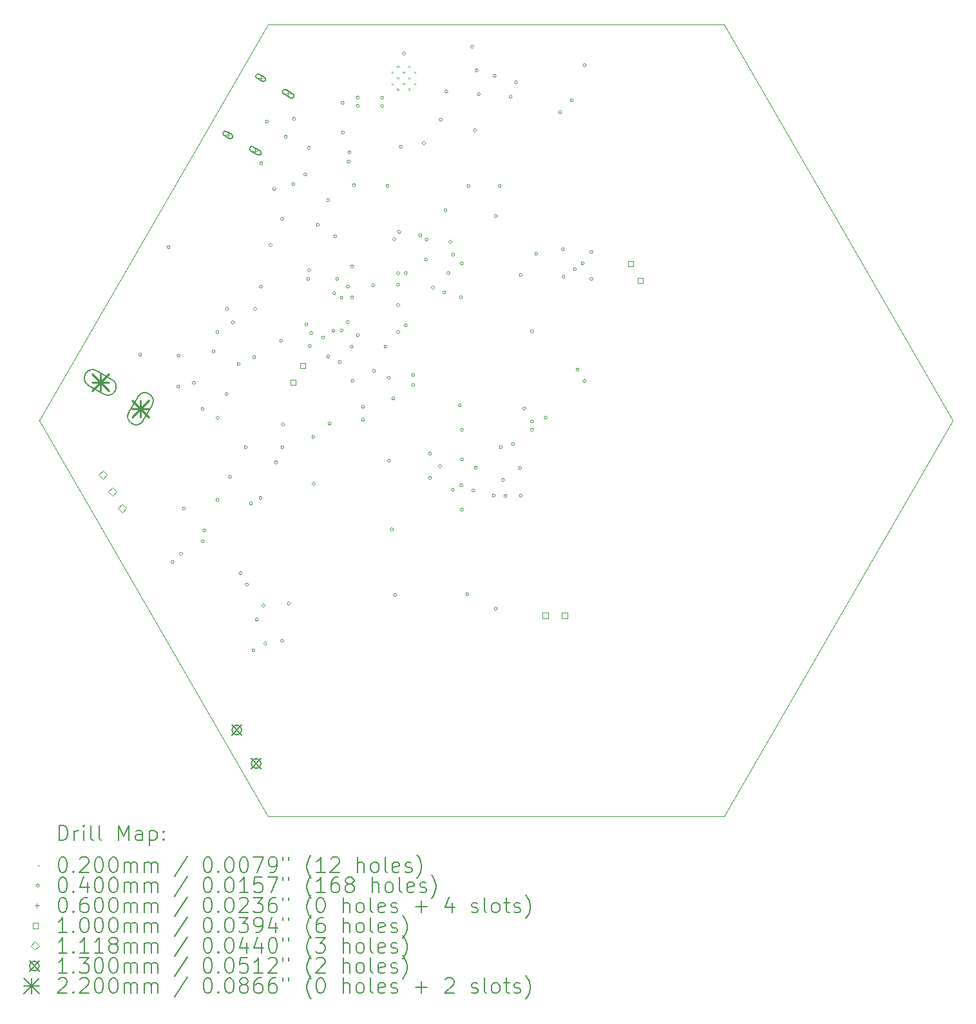
<source format=gbr>
%TF.GenerationSoftware,KiCad,Pcbnew,7.0.6*%
%TF.CreationDate,2024-05-15T12:06:38-04:00*%
%TF.ProjectId,remote_omnidirection_droid_v0.1,72656d6f-7465-45f6-9f6d-6e6964697265,rev?*%
%TF.SameCoordinates,Original*%
%TF.FileFunction,Drillmap*%
%TF.FilePolarity,Positive*%
%FSLAX45Y45*%
G04 Gerber Fmt 4.5, Leading zero omitted, Abs format (unit mm)*
G04 Created by KiCad (PCBNEW 7.0.6) date 2024-05-15 12:06:38*
%MOMM*%
%LPD*%
G01*
G04 APERTURE LIST*
%ADD10C,0.100000*%
%ADD11C,0.200000*%
%ADD12C,0.020000*%
%ADD13C,0.040000*%
%ADD14C,0.060000*%
%ADD15C,0.111760*%
%ADD16C,0.130000*%
%ADD17C,0.220000*%
G04 APERTURE END LIST*
D10*
X13128841Y-5748905D02*
X16128839Y-10945057D01*
X13128840Y-16141209D01*
X7128839Y-16141209D01*
X4128839Y-10945056D01*
X7128838Y-5748904D01*
X13128841Y-5748905D01*
D11*
D12*
X8752291Y-6361867D02*
X8772291Y-6381867D01*
X8772291Y-6361867D02*
X8752291Y-6381867D01*
X8752291Y-6511867D02*
X8772291Y-6531867D01*
X8772291Y-6511867D02*
X8752291Y-6531867D01*
X8827291Y-6286867D02*
X8847291Y-6306867D01*
X8847291Y-6286867D02*
X8827291Y-6306867D01*
X8827291Y-6436867D02*
X8847291Y-6456867D01*
X8847291Y-6436867D02*
X8827291Y-6456867D01*
X8827291Y-6586867D02*
X8847291Y-6606867D01*
X8847291Y-6586867D02*
X8827291Y-6606867D01*
X8902291Y-6361867D02*
X8922291Y-6381867D01*
X8922291Y-6361867D02*
X8902291Y-6381867D01*
X8902291Y-6511867D02*
X8922291Y-6531867D01*
X8922291Y-6511867D02*
X8902291Y-6531867D01*
X8977291Y-6286867D02*
X8997291Y-6306867D01*
X8997291Y-6286867D02*
X8977291Y-6306867D01*
X8977291Y-6436867D02*
X8997291Y-6456867D01*
X8997291Y-6436867D02*
X8977291Y-6456867D01*
X8977291Y-6586867D02*
X8997291Y-6606867D01*
X8997291Y-6586867D02*
X8977291Y-6606867D01*
X9052291Y-6361867D02*
X9072291Y-6381867D01*
X9072291Y-6361867D02*
X9052291Y-6381867D01*
X9052291Y-6511867D02*
X9072291Y-6531867D01*
X9072291Y-6511867D02*
X9052291Y-6531867D01*
D13*
X5471988Y-10078513D02*
G75*
G03*
X5471988Y-10078513I-20000J0D01*
G01*
X5842446Y-8669659D02*
G75*
G03*
X5842446Y-8669659I-20000J0D01*
G01*
X5895293Y-12802125D02*
G75*
G03*
X5895293Y-12802125I-20000J0D01*
G01*
X5970122Y-10498517D02*
G75*
G03*
X5970122Y-10498517I-20000J0D01*
G01*
X5974417Y-10091078D02*
G75*
G03*
X5974417Y-10091078I-20000J0D01*
G01*
X6006635Y-12695506D02*
G75*
G03*
X6006635Y-12695506I-20000J0D01*
G01*
X6042423Y-12097493D02*
G75*
G03*
X6042423Y-12097493I-20000J0D01*
G01*
X6176856Y-10450444D02*
G75*
G03*
X6176856Y-10450444I-20000J0D01*
G01*
X6290683Y-10793291D02*
G75*
G03*
X6290683Y-10793291I-20000J0D01*
G01*
X6292423Y-12530506D02*
G75*
G03*
X6292423Y-12530506I-20000J0D01*
G01*
X6313927Y-12387221D02*
G75*
G03*
X6313927Y-12387221I-20000J0D01*
G01*
X6434091Y-10037367D02*
G75*
G03*
X6434091Y-10037367I-20000J0D01*
G01*
X6484891Y-9783368D02*
G75*
G03*
X6484891Y-9783368I-20000J0D01*
G01*
X6487487Y-11984436D02*
G75*
G03*
X6487487Y-11984436I-20000J0D01*
G01*
X6489869Y-10908290D02*
G75*
G03*
X6489869Y-10908290I-20000J0D01*
G01*
X6607237Y-10595002D02*
G75*
G03*
X6607237Y-10595002I-20000J0D01*
G01*
X6611890Y-9478567D02*
G75*
G03*
X6611890Y-9478567I-20000J0D01*
G01*
X6651432Y-11684145D02*
G75*
G03*
X6651432Y-11684145I-20000J0D01*
G01*
X6688091Y-9656368D02*
G75*
G03*
X6688091Y-9656368I-20000J0D01*
G01*
X6764291Y-10202468D02*
G75*
G03*
X6764291Y-10202468I-20000J0D01*
G01*
X6787948Y-12948782D02*
G75*
G03*
X6787948Y-12948782I-20000J0D01*
G01*
X6857487Y-11294436D02*
G75*
G03*
X6857487Y-11294436I-20000J0D01*
G01*
X6872949Y-13096005D02*
G75*
G03*
X6872949Y-13096005I-20000J0D01*
G01*
X6926453Y-12033578D02*
G75*
G03*
X6926453Y-12033578I-20000J0D01*
G01*
X6958633Y-13962859D02*
G75*
G03*
X6958633Y-13962859I-20000J0D01*
G01*
X6967491Y-10113568D02*
G75*
G03*
X6967491Y-10113568I-20000J0D01*
G01*
X6980191Y-9478568D02*
G75*
G03*
X6980191Y-9478568I-20000J0D01*
G01*
X7001478Y-13557071D02*
G75*
G03*
X7001478Y-13557071I-20000J0D01*
G01*
X7051940Y-11961129D02*
G75*
G03*
X7051940Y-11961129I-20000J0D01*
G01*
X7056390Y-9186468D02*
G75*
G03*
X7056390Y-9186468I-20000J0D01*
G01*
X7061779Y-7565327D02*
G75*
G03*
X7061779Y-7565327I-20000J0D01*
G01*
X7091250Y-13374114D02*
G75*
G03*
X7091250Y-13374114I-20000J0D01*
G01*
X7114517Y-13872859D02*
G75*
G03*
X7114517Y-13872859I-20000J0D01*
G01*
X7137035Y-7019879D02*
G75*
G03*
X7137035Y-7019879I-20000J0D01*
G01*
X7183390Y-8640368D02*
G75*
G03*
X7183390Y-8640368I-20000J0D01*
G01*
X7230302Y-7903436D02*
G75*
G03*
X7230302Y-7903436I-20000J0D01*
G01*
X7257487Y-11494436D02*
G75*
G03*
X7257487Y-11494436I-20000J0D01*
G01*
X7323091Y-9897668D02*
G75*
G03*
X7323091Y-9897668I-20000J0D01*
G01*
X7335791Y-8297467D02*
G75*
G03*
X7335791Y-8297467I-20000J0D01*
G01*
X7336382Y-13837142D02*
G75*
G03*
X7336382Y-13837142I-20000J0D01*
G01*
X7339839Y-11294057D02*
G75*
G03*
X7339839Y-11294057I-20000J0D01*
G01*
X7347487Y-10994436D02*
G75*
G03*
X7347487Y-10994436I-20000J0D01*
G01*
X7384003Y-7220201D02*
G75*
G03*
X7384003Y-7220201I-20000J0D01*
G01*
X7423511Y-13348052D02*
G75*
G03*
X7423511Y-13348052I-20000J0D01*
G01*
X7483117Y-7838530D02*
G75*
G03*
X7483117Y-7838530I-20000J0D01*
G01*
X7491061Y-6981789D02*
G75*
G03*
X7491061Y-6981789I-20000J0D01*
G01*
X7640302Y-7713436D02*
G75*
G03*
X7640302Y-7713436I-20000J0D01*
G01*
X7653290Y-9681768D02*
G75*
G03*
X7653290Y-9681768I-20000J0D01*
G01*
X7678690Y-9084868D02*
G75*
G03*
X7678690Y-9084868I-20000J0D01*
G01*
X7690302Y-7363436D02*
G75*
G03*
X7690302Y-7363436I-20000J0D01*
G01*
X7691391Y-8970568D02*
G75*
G03*
X7691391Y-8970568I-20000J0D01*
G01*
X7699839Y-9964057D02*
G75*
G03*
X7699839Y-9964057I-20000J0D01*
G01*
X7717651Y-9798542D02*
G75*
G03*
X7717651Y-9798542I-20000J0D01*
G01*
X7745926Y-11160459D02*
G75*
G03*
X7745926Y-11160459I-20000J0D01*
G01*
X7750158Y-11773821D02*
G75*
G03*
X7750158Y-11773821I-20000J0D01*
G01*
X7805691Y-8373668D02*
G75*
G03*
X7805691Y-8373668I-20000J0D01*
G01*
X7874141Y-9854057D02*
G75*
G03*
X7874141Y-9854057I-20000J0D01*
G01*
X7939839Y-10104057D02*
G75*
G03*
X7939839Y-10104057I-20000J0D01*
G01*
X7940302Y-8053436D02*
G75*
G03*
X7940302Y-8053436I-20000J0D01*
G01*
X7959557Y-10984245D02*
G75*
G03*
X7959557Y-10984245I-20000J0D01*
G01*
X8009839Y-9764057D02*
G75*
G03*
X8009839Y-9764057I-20000J0D01*
G01*
X8019839Y-9274057D02*
G75*
G03*
X8019839Y-9274057I-20000J0D01*
G01*
X8034291Y-8526068D02*
G75*
G03*
X8034291Y-8526068I-20000J0D01*
G01*
X8059690Y-9084868D02*
G75*
G03*
X8059690Y-9084868I-20000J0D01*
G01*
X8092289Y-10176507D02*
G75*
G03*
X8092289Y-10176507I-20000J0D01*
G01*
X8115926Y-9330459D02*
G75*
G03*
X8115926Y-9330459I-20000J0D01*
G01*
X8115926Y-9760459D02*
G75*
G03*
X8115926Y-9760459I-20000J0D01*
G01*
X8129839Y-6774057D02*
G75*
G03*
X8129839Y-6774057I-20000J0D01*
G01*
X8135891Y-7163436D02*
G75*
G03*
X8135891Y-7163436I-20000J0D01*
G01*
X8199839Y-9184057D02*
G75*
G03*
X8199839Y-9184057I-20000J0D01*
G01*
X8199839Y-9654057D02*
G75*
G03*
X8199839Y-9654057I-20000J0D01*
G01*
X8210302Y-7543436D02*
G75*
G03*
X8210302Y-7543436I-20000J0D01*
G01*
X8220303Y-7423436D02*
G75*
G03*
X8220303Y-7423436I-20000J0D01*
G01*
X8250191Y-9973868D02*
G75*
G03*
X8250191Y-9973868I-20000J0D01*
G01*
X8253868Y-9327298D02*
G75*
G03*
X8253868Y-9327298I-20000J0D01*
G01*
X8255926Y-8920459D02*
G75*
G03*
X8255926Y-8920459I-20000J0D01*
G01*
X8259839Y-10424057D02*
G75*
G03*
X8259839Y-10424057I-20000J0D01*
G01*
X8279839Y-7854057D02*
G75*
G03*
X8279839Y-7854057I-20000J0D01*
G01*
X8329839Y-9824057D02*
G75*
G03*
X8329839Y-9824057I-20000J0D01*
G01*
X8330303Y-6703436D02*
G75*
G03*
X8330303Y-6703436I-20000J0D01*
G01*
X8330303Y-6813436D02*
G75*
G03*
X8330303Y-6813436I-20000J0D01*
G01*
X8399839Y-10934057D02*
G75*
G03*
X8399839Y-10934057I-20000J0D01*
G01*
X8399839Y-10764057D02*
G75*
G03*
X8399839Y-10764057I-20000J0D01*
G01*
X8530997Y-9167299D02*
G75*
G03*
X8530997Y-9167299I-20000J0D01*
G01*
X8542291Y-10291368D02*
G75*
G03*
X8542291Y-10291368I-20000J0D01*
G01*
X8650302Y-6813436D02*
G75*
G03*
X8650302Y-6813436I-20000J0D01*
G01*
X8650303Y-6703436D02*
G75*
G03*
X8650303Y-6703436I-20000J0D01*
G01*
X8694691Y-9973868D02*
G75*
G03*
X8694691Y-9973868I-20000J0D01*
G01*
X8720303Y-7863436D02*
G75*
G03*
X8720303Y-7863436I-20000J0D01*
G01*
X8739839Y-10384057D02*
G75*
G03*
X8739839Y-10384057I-20000J0D01*
G01*
X8739839Y-11474057D02*
G75*
G03*
X8739839Y-11474057I-20000J0D01*
G01*
X8779839Y-12374057D02*
G75*
G03*
X8779839Y-12374057I-20000J0D01*
G01*
X8797389Y-10654057D02*
G75*
G03*
X8797389Y-10654057I-20000J0D01*
G01*
X8808991Y-8564168D02*
G75*
G03*
X8808991Y-8564168I-20000J0D01*
G01*
X8819839Y-13234057D02*
G75*
G03*
X8819839Y-13234057I-20000J0D01*
G01*
X8859790Y-9427768D02*
G75*
G03*
X8859790Y-9427768I-20000J0D01*
G01*
X8859791Y-9012418D02*
G75*
G03*
X8859791Y-9012418I-20000J0D01*
G01*
X8859791Y-9161067D02*
G75*
G03*
X8859791Y-9161067I-20000J0D01*
G01*
X8859791Y-9783368D02*
G75*
G03*
X8859791Y-9783368I-20000J0D01*
G01*
X8875926Y-8469018D02*
G75*
G03*
X8875926Y-8469018I-20000J0D01*
G01*
X8895926Y-7350459D02*
G75*
G03*
X8895926Y-7350459I-20000J0D01*
G01*
X8935991Y-6125768D02*
G75*
G03*
X8935991Y-6125768I-20000J0D01*
G01*
X8961390Y-9008668D02*
G75*
G03*
X8961390Y-9008668I-20000J0D01*
G01*
X8961391Y-9694468D02*
G75*
G03*
X8961391Y-9694468I-20000J0D01*
G01*
X9058559Y-10347263D02*
G75*
G03*
X9058559Y-10347263I-20000J0D01*
G01*
X9058559Y-10477263D02*
G75*
G03*
X9058559Y-10477263I-20000J0D01*
G01*
X9151891Y-8513368D02*
G75*
G03*
X9151891Y-8513368I-20000J0D01*
G01*
X9200302Y-7303436D02*
G75*
G03*
X9200302Y-7303436I-20000J0D01*
G01*
X9228091Y-8830868D02*
G75*
G03*
X9228091Y-8830868I-20000J0D01*
G01*
X9235054Y-8568810D02*
G75*
G03*
X9235054Y-8568810I-20000J0D01*
G01*
X9278559Y-11377263D02*
G75*
G03*
X9278559Y-11377263I-20000J0D01*
G01*
X9278559Y-11697263D02*
G75*
G03*
X9278559Y-11697263I-20000J0D01*
G01*
X9316991Y-9199167D02*
G75*
G03*
X9316991Y-9199167I-20000J0D01*
G01*
X9410303Y-11543436D02*
G75*
G03*
X9410303Y-11543436I-20000J0D01*
G01*
X9420303Y-6993436D02*
G75*
G03*
X9420303Y-6993436I-20000J0D01*
G01*
X9469391Y-9262668D02*
G75*
G03*
X9469391Y-9262668I-20000J0D01*
G01*
X9482091Y-8183168D02*
G75*
G03*
X9482091Y-8183168I-20000J0D01*
G01*
X9494791Y-6623436D02*
G75*
G03*
X9494791Y-6623436I-20000J0D01*
G01*
X9520191Y-9008667D02*
G75*
G03*
X9520191Y-9008667I-20000J0D01*
G01*
X9545591Y-8598168D02*
G75*
G03*
X9545591Y-8598168I-20000J0D01*
G01*
X9579839Y-11854057D02*
G75*
G03*
X9579839Y-11854057I-20000J0D01*
G01*
X9583691Y-8767368D02*
G75*
G03*
X9583691Y-8767368I-20000J0D01*
G01*
X9669839Y-10744057D02*
G75*
G03*
X9669839Y-10744057I-20000J0D01*
G01*
X9685291Y-9326168D02*
G75*
G03*
X9685291Y-9326168I-20000J0D01*
G01*
X9690303Y-11796507D02*
G75*
G03*
X9690303Y-11796507I-20000J0D01*
G01*
X9697487Y-12114436D02*
G75*
G03*
X9697487Y-12114436I-20000J0D01*
G01*
X9697991Y-8881668D02*
G75*
G03*
X9697991Y-8881668I-20000J0D01*
G01*
X9699839Y-11064057D02*
G75*
G03*
X9699839Y-11064057I-20000J0D01*
G01*
X9699839Y-11454057D02*
G75*
G03*
X9699839Y-11454057I-20000J0D01*
G01*
X9769839Y-13224057D02*
G75*
G03*
X9769839Y-13224057I-20000J0D01*
G01*
X9784933Y-7865720D02*
G75*
G03*
X9784933Y-7865720I-20000J0D01*
G01*
X9833941Y-6038868D02*
G75*
G03*
X9833941Y-6038868I-20000J0D01*
G01*
X9849839Y-11864057D02*
G75*
G03*
X9849839Y-11864057I-20000J0D01*
G01*
X9870303Y-7133436D02*
G75*
G03*
X9870303Y-7133436I-20000J0D01*
G01*
X9880303Y-11563436D02*
G75*
G03*
X9880303Y-11563436I-20000J0D01*
G01*
X9892241Y-6347418D02*
G75*
G03*
X9892241Y-6347418I-20000J0D01*
G01*
X9919698Y-6657454D02*
G75*
G03*
X9919698Y-6657454I-20000J0D01*
G01*
X10117091Y-11929667D02*
G75*
G03*
X10117091Y-11929667I-20000J0D01*
G01*
X10129791Y-6417868D02*
G75*
G03*
X10129791Y-6417868I-20000J0D01*
G01*
X10142490Y-8259367D02*
G75*
G03*
X10142490Y-8259367I-20000J0D01*
G01*
X10142490Y-13415567D02*
G75*
G03*
X10142490Y-13415567I-20000J0D01*
G01*
X10194933Y-7865720D02*
G75*
G03*
X10194933Y-7865720I-20000J0D01*
G01*
X10209839Y-11294057D02*
G75*
G03*
X10209839Y-11294057I-20000J0D01*
G01*
X10239839Y-11724057D02*
G75*
G03*
X10239839Y-11724057I-20000J0D01*
G01*
X10269839Y-11934057D02*
G75*
G03*
X10269839Y-11934057I-20000J0D01*
G01*
X10340302Y-6693436D02*
G75*
G03*
X10340302Y-6693436I-20000J0D01*
G01*
X10369839Y-11254057D02*
G75*
G03*
X10369839Y-11254057I-20000J0D01*
G01*
X10410303Y-6503436D02*
G75*
G03*
X10410303Y-6503436I-20000J0D01*
G01*
X10461502Y-11565514D02*
G75*
G03*
X10461502Y-11565514I-20000J0D01*
G01*
X10472690Y-9034068D02*
G75*
G03*
X10472690Y-9034068I-20000J0D01*
G01*
X10472691Y-11929668D02*
G75*
G03*
X10472691Y-11929668I-20000J0D01*
G01*
X10519839Y-10784057D02*
G75*
G03*
X10519839Y-10784057I-20000J0D01*
G01*
X10619839Y-11064057D02*
G75*
G03*
X10619839Y-11064057I-20000J0D01*
G01*
X10619839Y-9774057D02*
G75*
G03*
X10619839Y-9774057I-20000J0D01*
G01*
X10619839Y-10954057D02*
G75*
G03*
X10619839Y-10954057I-20000J0D01*
G01*
X10675891Y-8754668D02*
G75*
G03*
X10675891Y-8754668I-20000J0D01*
G01*
X10799839Y-10904057D02*
G75*
G03*
X10799839Y-10904057I-20000J0D01*
G01*
X10990303Y-6893436D02*
G75*
G03*
X10990303Y-6893436I-20000J0D01*
G01*
X11024933Y-8695720D02*
G75*
G03*
X11024933Y-8695720I-20000J0D01*
G01*
X11034933Y-9055720D02*
G75*
G03*
X11034933Y-9055720I-20000J0D01*
G01*
X11140303Y-6739118D02*
G75*
G03*
X11140303Y-6739118I-20000J0D01*
G01*
X11183891Y-8957868D02*
G75*
G03*
X11183891Y-8957868I-20000J0D01*
G01*
X11218906Y-10276798D02*
G75*
G03*
X11218906Y-10276798I-20000J0D01*
G01*
X11285491Y-8881668D02*
G75*
G03*
X11285491Y-8881668I-20000J0D01*
G01*
X11308839Y-10425057D02*
G75*
G03*
X11308839Y-10425057I-20000J0D01*
G01*
X11310891Y-6278168D02*
G75*
G03*
X11310891Y-6278168I-20000J0D01*
G01*
X11399790Y-9084868D02*
G75*
G03*
X11399790Y-9084868I-20000J0D01*
G01*
X11399791Y-8729268D02*
G75*
G03*
X11399791Y-8729268I-20000J0D01*
G01*
D14*
X6602635Y-7163929D02*
X6602635Y-7223929D01*
X6572635Y-7193929D02*
X6632635Y-7193929D01*
D11*
X6652276Y-7187948D02*
X6582994Y-7147948D01*
X6582994Y-7147948D02*
G75*
G03*
X6552994Y-7199910I-15000J-25981D01*
G01*
X6552994Y-7199910D02*
X6622276Y-7239910D01*
X6622276Y-7239910D02*
G75*
G03*
X6652276Y-7187948I15000J25981D01*
G01*
D14*
X6964633Y-7372929D02*
X6964633Y-7432929D01*
X6934633Y-7402929D02*
X6994633Y-7402929D01*
D11*
X7027265Y-7404448D02*
X6932002Y-7349448D01*
X6932002Y-7349448D02*
G75*
G03*
X6902002Y-7401410I-15000J-25981D01*
G01*
X6902002Y-7401410D02*
X6997265Y-7456410D01*
X6997265Y-7456410D02*
G75*
G03*
X7027265Y-7404448I15000J25981D01*
G01*
D14*
X7034635Y-6415683D02*
X7034635Y-6475683D01*
X7004635Y-6445683D02*
X7064635Y-6445683D01*
D11*
X7084276Y-6439702D02*
X7014994Y-6399702D01*
X7014994Y-6399702D02*
G75*
G03*
X6984994Y-6451664I-15000J-25981D01*
G01*
X6984994Y-6451664D02*
X7054276Y-6491664D01*
X7054276Y-6491664D02*
G75*
G03*
X7084276Y-6439702I15000J25981D01*
G01*
D14*
X7396633Y-6624683D02*
X7396633Y-6684683D01*
X7366633Y-6654683D02*
X7426633Y-6654683D01*
D11*
X7459265Y-6656202D02*
X7364002Y-6601202D01*
X7364002Y-6601202D02*
G75*
G03*
X7334002Y-6653164I-15000J-25981D01*
G01*
X7334002Y-6653164D02*
X7429265Y-6708164D01*
X7429265Y-6708164D02*
G75*
G03*
X7459265Y-6656202I15000J25981D01*
G01*
D10*
X7496712Y-10479552D02*
X7496712Y-10408841D01*
X7426001Y-10408841D01*
X7426001Y-10479552D01*
X7496712Y-10479552D01*
X7623712Y-10259582D02*
X7623712Y-10188870D01*
X7553001Y-10188870D01*
X7553001Y-10259582D01*
X7623712Y-10259582D01*
X10810178Y-13540778D02*
X10810178Y-13470066D01*
X10739467Y-13470066D01*
X10739467Y-13540778D01*
X10810178Y-13540778D01*
X11064178Y-13540778D02*
X11064178Y-13470066D01*
X10993467Y-13470066D01*
X10993467Y-13540778D01*
X11064178Y-13540778D01*
X11932226Y-8920428D02*
X11932226Y-8849717D01*
X11861514Y-8849717D01*
X11861514Y-8920428D01*
X11932226Y-8920428D01*
X12059226Y-9140399D02*
X12059226Y-9069687D01*
X11988514Y-9069687D01*
X11988514Y-9140399D01*
X12059226Y-9140399D01*
D15*
X4961937Y-11711599D02*
X5017817Y-11655719D01*
X4961937Y-11599839D01*
X4906057Y-11655719D01*
X4961937Y-11711599D01*
X5088937Y-11931569D02*
X5144817Y-11875689D01*
X5088937Y-11819809D01*
X5033057Y-11875689D01*
X5088937Y-11931569D01*
X5215937Y-12151540D02*
X5271817Y-12095660D01*
X5215937Y-12039780D01*
X5160057Y-12095660D01*
X5215937Y-12151540D01*
D16*
X6655863Y-14941696D02*
X6785863Y-15071696D01*
X6785863Y-14941696D02*
X6655863Y-15071696D01*
X6785863Y-15006696D02*
G75*
G03*
X6785863Y-15006696I-65000J0D01*
G01*
X6909863Y-15381637D02*
X7039863Y-15511637D01*
X7039863Y-15381637D02*
X6909863Y-15511637D01*
X7039863Y-15446637D02*
G75*
G03*
X7039863Y-15446637I-65000J0D01*
G01*
D17*
X4816089Y-10334228D02*
X5036089Y-10554228D01*
X5036089Y-10334228D02*
X4816089Y-10554228D01*
X4926089Y-10334228D02*
X4926089Y-10554228D01*
X4816089Y-10444228D02*
X5036089Y-10444228D01*
D11*
X4771496Y-10481991D02*
X4970682Y-10596991D01*
X4970682Y-10596991D02*
G75*
G03*
X5080682Y-10406465I55000J95263D01*
G01*
X5080682Y-10406465D02*
X4881496Y-10291465D01*
X4881496Y-10291465D02*
G75*
G03*
X4771496Y-10481991I-55000J-95263D01*
G01*
D17*
X5344185Y-10679539D02*
X5564185Y-10899539D01*
X5564185Y-10679539D02*
X5344185Y-10899539D01*
X5454185Y-10679539D02*
X5454185Y-10899539D01*
X5344185Y-10789539D02*
X5564185Y-10789539D01*
D11*
X5416423Y-10634946D02*
X5301423Y-10834132D01*
X5301423Y-10834132D02*
G75*
G03*
X5491948Y-10944132I95263J-55000D01*
G01*
X5491948Y-10944132D02*
X5606948Y-10744946D01*
X5606948Y-10744946D02*
G75*
G03*
X5416423Y-10634946I-95263J55000D01*
G01*
X4384616Y-16457693D02*
X4384616Y-16257693D01*
X4384616Y-16257693D02*
X4432235Y-16257693D01*
X4432235Y-16257693D02*
X4460806Y-16267217D01*
X4460806Y-16267217D02*
X4479854Y-16286265D01*
X4479854Y-16286265D02*
X4489378Y-16305312D01*
X4489378Y-16305312D02*
X4498902Y-16343407D01*
X4498902Y-16343407D02*
X4498902Y-16371979D01*
X4498902Y-16371979D02*
X4489378Y-16410074D01*
X4489378Y-16410074D02*
X4479854Y-16429122D01*
X4479854Y-16429122D02*
X4460806Y-16448169D01*
X4460806Y-16448169D02*
X4432235Y-16457693D01*
X4432235Y-16457693D02*
X4384616Y-16457693D01*
X4584616Y-16457693D02*
X4584616Y-16324360D01*
X4584616Y-16362455D02*
X4594140Y-16343407D01*
X4594140Y-16343407D02*
X4603664Y-16333884D01*
X4603664Y-16333884D02*
X4622711Y-16324360D01*
X4622711Y-16324360D02*
X4641759Y-16324360D01*
X4708425Y-16457693D02*
X4708425Y-16324360D01*
X4708425Y-16257693D02*
X4698902Y-16267217D01*
X4698902Y-16267217D02*
X4708425Y-16276741D01*
X4708425Y-16276741D02*
X4717949Y-16267217D01*
X4717949Y-16267217D02*
X4708425Y-16257693D01*
X4708425Y-16257693D02*
X4708425Y-16276741D01*
X4832235Y-16457693D02*
X4813187Y-16448169D01*
X4813187Y-16448169D02*
X4803664Y-16429122D01*
X4803664Y-16429122D02*
X4803664Y-16257693D01*
X4936997Y-16457693D02*
X4917949Y-16448169D01*
X4917949Y-16448169D02*
X4908425Y-16429122D01*
X4908425Y-16429122D02*
X4908425Y-16257693D01*
X5165568Y-16457693D02*
X5165568Y-16257693D01*
X5165568Y-16257693D02*
X5232235Y-16400550D01*
X5232235Y-16400550D02*
X5298902Y-16257693D01*
X5298902Y-16257693D02*
X5298902Y-16457693D01*
X5479854Y-16457693D02*
X5479854Y-16352931D01*
X5479854Y-16352931D02*
X5470330Y-16333884D01*
X5470330Y-16333884D02*
X5451283Y-16324360D01*
X5451283Y-16324360D02*
X5413187Y-16324360D01*
X5413187Y-16324360D02*
X5394140Y-16333884D01*
X5479854Y-16448169D02*
X5460806Y-16457693D01*
X5460806Y-16457693D02*
X5413187Y-16457693D01*
X5413187Y-16457693D02*
X5394140Y-16448169D01*
X5394140Y-16448169D02*
X5384616Y-16429122D01*
X5384616Y-16429122D02*
X5384616Y-16410074D01*
X5384616Y-16410074D02*
X5394140Y-16391027D01*
X5394140Y-16391027D02*
X5413187Y-16381503D01*
X5413187Y-16381503D02*
X5460806Y-16381503D01*
X5460806Y-16381503D02*
X5479854Y-16371979D01*
X5575092Y-16324360D02*
X5575092Y-16524360D01*
X5575092Y-16333884D02*
X5594140Y-16324360D01*
X5594140Y-16324360D02*
X5632235Y-16324360D01*
X5632235Y-16324360D02*
X5651283Y-16333884D01*
X5651283Y-16333884D02*
X5660806Y-16343407D01*
X5660806Y-16343407D02*
X5670330Y-16362455D01*
X5670330Y-16362455D02*
X5670330Y-16419598D01*
X5670330Y-16419598D02*
X5660806Y-16438646D01*
X5660806Y-16438646D02*
X5651283Y-16448169D01*
X5651283Y-16448169D02*
X5632235Y-16457693D01*
X5632235Y-16457693D02*
X5594140Y-16457693D01*
X5594140Y-16457693D02*
X5575092Y-16448169D01*
X5756044Y-16438646D02*
X5765568Y-16448169D01*
X5765568Y-16448169D02*
X5756044Y-16457693D01*
X5756044Y-16457693D02*
X5746521Y-16448169D01*
X5746521Y-16448169D02*
X5756044Y-16438646D01*
X5756044Y-16438646D02*
X5756044Y-16457693D01*
X5756044Y-16333884D02*
X5765568Y-16343407D01*
X5765568Y-16343407D02*
X5756044Y-16352931D01*
X5756044Y-16352931D02*
X5746521Y-16343407D01*
X5746521Y-16343407D02*
X5756044Y-16333884D01*
X5756044Y-16333884D02*
X5756044Y-16352931D01*
D12*
X4103839Y-16776209D02*
X4123839Y-16796210D01*
X4123839Y-16776209D02*
X4103839Y-16796210D01*
D11*
X4422711Y-16677693D02*
X4441759Y-16677693D01*
X4441759Y-16677693D02*
X4460806Y-16687217D01*
X4460806Y-16687217D02*
X4470330Y-16696741D01*
X4470330Y-16696741D02*
X4479854Y-16715788D01*
X4479854Y-16715788D02*
X4489378Y-16753884D01*
X4489378Y-16753884D02*
X4489378Y-16801503D01*
X4489378Y-16801503D02*
X4479854Y-16839598D01*
X4479854Y-16839598D02*
X4470330Y-16858646D01*
X4470330Y-16858646D02*
X4460806Y-16868170D01*
X4460806Y-16868170D02*
X4441759Y-16877693D01*
X4441759Y-16877693D02*
X4422711Y-16877693D01*
X4422711Y-16877693D02*
X4403664Y-16868170D01*
X4403664Y-16868170D02*
X4394140Y-16858646D01*
X4394140Y-16858646D02*
X4384616Y-16839598D01*
X4384616Y-16839598D02*
X4375092Y-16801503D01*
X4375092Y-16801503D02*
X4375092Y-16753884D01*
X4375092Y-16753884D02*
X4384616Y-16715788D01*
X4384616Y-16715788D02*
X4394140Y-16696741D01*
X4394140Y-16696741D02*
X4403664Y-16687217D01*
X4403664Y-16687217D02*
X4422711Y-16677693D01*
X4575092Y-16858646D02*
X4584616Y-16868170D01*
X4584616Y-16868170D02*
X4575092Y-16877693D01*
X4575092Y-16877693D02*
X4565568Y-16868170D01*
X4565568Y-16868170D02*
X4575092Y-16858646D01*
X4575092Y-16858646D02*
X4575092Y-16877693D01*
X4660806Y-16696741D02*
X4670330Y-16687217D01*
X4670330Y-16687217D02*
X4689378Y-16677693D01*
X4689378Y-16677693D02*
X4736997Y-16677693D01*
X4736997Y-16677693D02*
X4756045Y-16687217D01*
X4756045Y-16687217D02*
X4765568Y-16696741D01*
X4765568Y-16696741D02*
X4775092Y-16715788D01*
X4775092Y-16715788D02*
X4775092Y-16734836D01*
X4775092Y-16734836D02*
X4765568Y-16763407D01*
X4765568Y-16763407D02*
X4651283Y-16877693D01*
X4651283Y-16877693D02*
X4775092Y-16877693D01*
X4898902Y-16677693D02*
X4917949Y-16677693D01*
X4917949Y-16677693D02*
X4936997Y-16687217D01*
X4936997Y-16687217D02*
X4946521Y-16696741D01*
X4946521Y-16696741D02*
X4956045Y-16715788D01*
X4956045Y-16715788D02*
X4965568Y-16753884D01*
X4965568Y-16753884D02*
X4965568Y-16801503D01*
X4965568Y-16801503D02*
X4956045Y-16839598D01*
X4956045Y-16839598D02*
X4946521Y-16858646D01*
X4946521Y-16858646D02*
X4936997Y-16868170D01*
X4936997Y-16868170D02*
X4917949Y-16877693D01*
X4917949Y-16877693D02*
X4898902Y-16877693D01*
X4898902Y-16877693D02*
X4879854Y-16868170D01*
X4879854Y-16868170D02*
X4870330Y-16858646D01*
X4870330Y-16858646D02*
X4860806Y-16839598D01*
X4860806Y-16839598D02*
X4851283Y-16801503D01*
X4851283Y-16801503D02*
X4851283Y-16753884D01*
X4851283Y-16753884D02*
X4860806Y-16715788D01*
X4860806Y-16715788D02*
X4870330Y-16696741D01*
X4870330Y-16696741D02*
X4879854Y-16687217D01*
X4879854Y-16687217D02*
X4898902Y-16677693D01*
X5089378Y-16677693D02*
X5108426Y-16677693D01*
X5108426Y-16677693D02*
X5127473Y-16687217D01*
X5127473Y-16687217D02*
X5136997Y-16696741D01*
X5136997Y-16696741D02*
X5146521Y-16715788D01*
X5146521Y-16715788D02*
X5156045Y-16753884D01*
X5156045Y-16753884D02*
X5156045Y-16801503D01*
X5156045Y-16801503D02*
X5146521Y-16839598D01*
X5146521Y-16839598D02*
X5136997Y-16858646D01*
X5136997Y-16858646D02*
X5127473Y-16868170D01*
X5127473Y-16868170D02*
X5108426Y-16877693D01*
X5108426Y-16877693D02*
X5089378Y-16877693D01*
X5089378Y-16877693D02*
X5070330Y-16868170D01*
X5070330Y-16868170D02*
X5060806Y-16858646D01*
X5060806Y-16858646D02*
X5051283Y-16839598D01*
X5051283Y-16839598D02*
X5041759Y-16801503D01*
X5041759Y-16801503D02*
X5041759Y-16753884D01*
X5041759Y-16753884D02*
X5051283Y-16715788D01*
X5051283Y-16715788D02*
X5060806Y-16696741D01*
X5060806Y-16696741D02*
X5070330Y-16687217D01*
X5070330Y-16687217D02*
X5089378Y-16677693D01*
X5241759Y-16877693D02*
X5241759Y-16744360D01*
X5241759Y-16763407D02*
X5251283Y-16753884D01*
X5251283Y-16753884D02*
X5270330Y-16744360D01*
X5270330Y-16744360D02*
X5298902Y-16744360D01*
X5298902Y-16744360D02*
X5317949Y-16753884D01*
X5317949Y-16753884D02*
X5327473Y-16772931D01*
X5327473Y-16772931D02*
X5327473Y-16877693D01*
X5327473Y-16772931D02*
X5336997Y-16753884D01*
X5336997Y-16753884D02*
X5356045Y-16744360D01*
X5356045Y-16744360D02*
X5384616Y-16744360D01*
X5384616Y-16744360D02*
X5403664Y-16753884D01*
X5403664Y-16753884D02*
X5413187Y-16772931D01*
X5413187Y-16772931D02*
X5413187Y-16877693D01*
X5508426Y-16877693D02*
X5508426Y-16744360D01*
X5508426Y-16763407D02*
X5517949Y-16753884D01*
X5517949Y-16753884D02*
X5536997Y-16744360D01*
X5536997Y-16744360D02*
X5565568Y-16744360D01*
X5565568Y-16744360D02*
X5584616Y-16753884D01*
X5584616Y-16753884D02*
X5594140Y-16772931D01*
X5594140Y-16772931D02*
X5594140Y-16877693D01*
X5594140Y-16772931D02*
X5603664Y-16753884D01*
X5603664Y-16753884D02*
X5622711Y-16744360D01*
X5622711Y-16744360D02*
X5651283Y-16744360D01*
X5651283Y-16744360D02*
X5670330Y-16753884D01*
X5670330Y-16753884D02*
X5679854Y-16772931D01*
X5679854Y-16772931D02*
X5679854Y-16877693D01*
X6070330Y-16668169D02*
X5898902Y-16925312D01*
X6327473Y-16677693D02*
X6346521Y-16677693D01*
X6346521Y-16677693D02*
X6365568Y-16687217D01*
X6365568Y-16687217D02*
X6375092Y-16696741D01*
X6375092Y-16696741D02*
X6384616Y-16715788D01*
X6384616Y-16715788D02*
X6394140Y-16753884D01*
X6394140Y-16753884D02*
X6394140Y-16801503D01*
X6394140Y-16801503D02*
X6384616Y-16839598D01*
X6384616Y-16839598D02*
X6375092Y-16858646D01*
X6375092Y-16858646D02*
X6365568Y-16868170D01*
X6365568Y-16868170D02*
X6346521Y-16877693D01*
X6346521Y-16877693D02*
X6327473Y-16877693D01*
X6327473Y-16877693D02*
X6308426Y-16868170D01*
X6308426Y-16868170D02*
X6298902Y-16858646D01*
X6298902Y-16858646D02*
X6289378Y-16839598D01*
X6289378Y-16839598D02*
X6279854Y-16801503D01*
X6279854Y-16801503D02*
X6279854Y-16753884D01*
X6279854Y-16753884D02*
X6289378Y-16715788D01*
X6289378Y-16715788D02*
X6298902Y-16696741D01*
X6298902Y-16696741D02*
X6308426Y-16687217D01*
X6308426Y-16687217D02*
X6327473Y-16677693D01*
X6479854Y-16858646D02*
X6489378Y-16868170D01*
X6489378Y-16868170D02*
X6479854Y-16877693D01*
X6479854Y-16877693D02*
X6470330Y-16868170D01*
X6470330Y-16868170D02*
X6479854Y-16858646D01*
X6479854Y-16858646D02*
X6479854Y-16877693D01*
X6613187Y-16677693D02*
X6632235Y-16677693D01*
X6632235Y-16677693D02*
X6651283Y-16687217D01*
X6651283Y-16687217D02*
X6660807Y-16696741D01*
X6660807Y-16696741D02*
X6670330Y-16715788D01*
X6670330Y-16715788D02*
X6679854Y-16753884D01*
X6679854Y-16753884D02*
X6679854Y-16801503D01*
X6679854Y-16801503D02*
X6670330Y-16839598D01*
X6670330Y-16839598D02*
X6660807Y-16858646D01*
X6660807Y-16858646D02*
X6651283Y-16868170D01*
X6651283Y-16868170D02*
X6632235Y-16877693D01*
X6632235Y-16877693D02*
X6613187Y-16877693D01*
X6613187Y-16877693D02*
X6594140Y-16868170D01*
X6594140Y-16868170D02*
X6584616Y-16858646D01*
X6584616Y-16858646D02*
X6575092Y-16839598D01*
X6575092Y-16839598D02*
X6565568Y-16801503D01*
X6565568Y-16801503D02*
X6565568Y-16753884D01*
X6565568Y-16753884D02*
X6575092Y-16715788D01*
X6575092Y-16715788D02*
X6584616Y-16696741D01*
X6584616Y-16696741D02*
X6594140Y-16687217D01*
X6594140Y-16687217D02*
X6613187Y-16677693D01*
X6803664Y-16677693D02*
X6822711Y-16677693D01*
X6822711Y-16677693D02*
X6841759Y-16687217D01*
X6841759Y-16687217D02*
X6851283Y-16696741D01*
X6851283Y-16696741D02*
X6860807Y-16715788D01*
X6860807Y-16715788D02*
X6870330Y-16753884D01*
X6870330Y-16753884D02*
X6870330Y-16801503D01*
X6870330Y-16801503D02*
X6860807Y-16839598D01*
X6860807Y-16839598D02*
X6851283Y-16858646D01*
X6851283Y-16858646D02*
X6841759Y-16868170D01*
X6841759Y-16868170D02*
X6822711Y-16877693D01*
X6822711Y-16877693D02*
X6803664Y-16877693D01*
X6803664Y-16877693D02*
X6784616Y-16868170D01*
X6784616Y-16868170D02*
X6775092Y-16858646D01*
X6775092Y-16858646D02*
X6765568Y-16839598D01*
X6765568Y-16839598D02*
X6756045Y-16801503D01*
X6756045Y-16801503D02*
X6756045Y-16753884D01*
X6756045Y-16753884D02*
X6765568Y-16715788D01*
X6765568Y-16715788D02*
X6775092Y-16696741D01*
X6775092Y-16696741D02*
X6784616Y-16687217D01*
X6784616Y-16687217D02*
X6803664Y-16677693D01*
X6936997Y-16677693D02*
X7070330Y-16677693D01*
X7070330Y-16677693D02*
X6984616Y-16877693D01*
X7156045Y-16877693D02*
X7194140Y-16877693D01*
X7194140Y-16877693D02*
X7213188Y-16868170D01*
X7213188Y-16868170D02*
X7222711Y-16858646D01*
X7222711Y-16858646D02*
X7241759Y-16830074D01*
X7241759Y-16830074D02*
X7251283Y-16791979D01*
X7251283Y-16791979D02*
X7251283Y-16715788D01*
X7251283Y-16715788D02*
X7241759Y-16696741D01*
X7241759Y-16696741D02*
X7232235Y-16687217D01*
X7232235Y-16687217D02*
X7213188Y-16677693D01*
X7213188Y-16677693D02*
X7175092Y-16677693D01*
X7175092Y-16677693D02*
X7156045Y-16687217D01*
X7156045Y-16687217D02*
X7146521Y-16696741D01*
X7146521Y-16696741D02*
X7136997Y-16715788D01*
X7136997Y-16715788D02*
X7136997Y-16763407D01*
X7136997Y-16763407D02*
X7146521Y-16782455D01*
X7146521Y-16782455D02*
X7156045Y-16791979D01*
X7156045Y-16791979D02*
X7175092Y-16801503D01*
X7175092Y-16801503D02*
X7213188Y-16801503D01*
X7213188Y-16801503D02*
X7232235Y-16791979D01*
X7232235Y-16791979D02*
X7241759Y-16782455D01*
X7241759Y-16782455D02*
X7251283Y-16763407D01*
X7327473Y-16677693D02*
X7327473Y-16715788D01*
X7403664Y-16677693D02*
X7403664Y-16715788D01*
X7698902Y-16953884D02*
X7689378Y-16944360D01*
X7689378Y-16944360D02*
X7670330Y-16915789D01*
X7670330Y-16915789D02*
X7660807Y-16896741D01*
X7660807Y-16896741D02*
X7651283Y-16868170D01*
X7651283Y-16868170D02*
X7641759Y-16820550D01*
X7641759Y-16820550D02*
X7641759Y-16782455D01*
X7641759Y-16782455D02*
X7651283Y-16734836D01*
X7651283Y-16734836D02*
X7660807Y-16706265D01*
X7660807Y-16706265D02*
X7670330Y-16687217D01*
X7670330Y-16687217D02*
X7689378Y-16658646D01*
X7689378Y-16658646D02*
X7698902Y-16649122D01*
X7879854Y-16877693D02*
X7765569Y-16877693D01*
X7822711Y-16877693D02*
X7822711Y-16677693D01*
X7822711Y-16677693D02*
X7803664Y-16706265D01*
X7803664Y-16706265D02*
X7784616Y-16725312D01*
X7784616Y-16725312D02*
X7765569Y-16734836D01*
X7956045Y-16696741D02*
X7965569Y-16687217D01*
X7965569Y-16687217D02*
X7984616Y-16677693D01*
X7984616Y-16677693D02*
X8032235Y-16677693D01*
X8032235Y-16677693D02*
X8051283Y-16687217D01*
X8051283Y-16687217D02*
X8060807Y-16696741D01*
X8060807Y-16696741D02*
X8070330Y-16715788D01*
X8070330Y-16715788D02*
X8070330Y-16734836D01*
X8070330Y-16734836D02*
X8060807Y-16763407D01*
X8060807Y-16763407D02*
X7946521Y-16877693D01*
X7946521Y-16877693D02*
X8070330Y-16877693D01*
X8308426Y-16877693D02*
X8308426Y-16677693D01*
X8394140Y-16877693D02*
X8394140Y-16772931D01*
X8394140Y-16772931D02*
X8384616Y-16753884D01*
X8384616Y-16753884D02*
X8365569Y-16744360D01*
X8365569Y-16744360D02*
X8336997Y-16744360D01*
X8336997Y-16744360D02*
X8317950Y-16753884D01*
X8317950Y-16753884D02*
X8308426Y-16763407D01*
X8517950Y-16877693D02*
X8498902Y-16868170D01*
X8498902Y-16868170D02*
X8489378Y-16858646D01*
X8489378Y-16858646D02*
X8479854Y-16839598D01*
X8479854Y-16839598D02*
X8479854Y-16782455D01*
X8479854Y-16782455D02*
X8489378Y-16763407D01*
X8489378Y-16763407D02*
X8498902Y-16753884D01*
X8498902Y-16753884D02*
X8517950Y-16744360D01*
X8517950Y-16744360D02*
X8546521Y-16744360D01*
X8546521Y-16744360D02*
X8565569Y-16753884D01*
X8565569Y-16753884D02*
X8575093Y-16763407D01*
X8575093Y-16763407D02*
X8584616Y-16782455D01*
X8584616Y-16782455D02*
X8584616Y-16839598D01*
X8584616Y-16839598D02*
X8575093Y-16858646D01*
X8575093Y-16858646D02*
X8565569Y-16868170D01*
X8565569Y-16868170D02*
X8546521Y-16877693D01*
X8546521Y-16877693D02*
X8517950Y-16877693D01*
X8698902Y-16877693D02*
X8679854Y-16868170D01*
X8679854Y-16868170D02*
X8670331Y-16849122D01*
X8670331Y-16849122D02*
X8670331Y-16677693D01*
X8851283Y-16868170D02*
X8832235Y-16877693D01*
X8832235Y-16877693D02*
X8794140Y-16877693D01*
X8794140Y-16877693D02*
X8775093Y-16868170D01*
X8775093Y-16868170D02*
X8765569Y-16849122D01*
X8765569Y-16849122D02*
X8765569Y-16772931D01*
X8765569Y-16772931D02*
X8775093Y-16753884D01*
X8775093Y-16753884D02*
X8794140Y-16744360D01*
X8794140Y-16744360D02*
X8832235Y-16744360D01*
X8832235Y-16744360D02*
X8851283Y-16753884D01*
X8851283Y-16753884D02*
X8860807Y-16772931D01*
X8860807Y-16772931D02*
X8860807Y-16791979D01*
X8860807Y-16791979D02*
X8765569Y-16811027D01*
X8936997Y-16868170D02*
X8956045Y-16877693D01*
X8956045Y-16877693D02*
X8994140Y-16877693D01*
X8994140Y-16877693D02*
X9013188Y-16868170D01*
X9013188Y-16868170D02*
X9022712Y-16849122D01*
X9022712Y-16849122D02*
X9022712Y-16839598D01*
X9022712Y-16839598D02*
X9013188Y-16820550D01*
X9013188Y-16820550D02*
X8994140Y-16811027D01*
X8994140Y-16811027D02*
X8965569Y-16811027D01*
X8965569Y-16811027D02*
X8946521Y-16801503D01*
X8946521Y-16801503D02*
X8936997Y-16782455D01*
X8936997Y-16782455D02*
X8936997Y-16772931D01*
X8936997Y-16772931D02*
X8946521Y-16753884D01*
X8946521Y-16753884D02*
X8965569Y-16744360D01*
X8965569Y-16744360D02*
X8994140Y-16744360D01*
X8994140Y-16744360D02*
X9013188Y-16753884D01*
X9089378Y-16953884D02*
X9098902Y-16944360D01*
X9098902Y-16944360D02*
X9117950Y-16915789D01*
X9117950Y-16915789D02*
X9127474Y-16896741D01*
X9127474Y-16896741D02*
X9136997Y-16868170D01*
X9136997Y-16868170D02*
X9146521Y-16820550D01*
X9146521Y-16820550D02*
X9146521Y-16782455D01*
X9146521Y-16782455D02*
X9136997Y-16734836D01*
X9136997Y-16734836D02*
X9127474Y-16706265D01*
X9127474Y-16706265D02*
X9117950Y-16687217D01*
X9117950Y-16687217D02*
X9098902Y-16658646D01*
X9098902Y-16658646D02*
X9089378Y-16649122D01*
D13*
X4123839Y-17050210D02*
G75*
G03*
X4123839Y-17050210I-20000J0D01*
G01*
D11*
X4422711Y-16941693D02*
X4441759Y-16941693D01*
X4441759Y-16941693D02*
X4460806Y-16951217D01*
X4460806Y-16951217D02*
X4470330Y-16960741D01*
X4470330Y-16960741D02*
X4479854Y-16979789D01*
X4479854Y-16979789D02*
X4489378Y-17017884D01*
X4489378Y-17017884D02*
X4489378Y-17065503D01*
X4489378Y-17065503D02*
X4479854Y-17103598D01*
X4479854Y-17103598D02*
X4470330Y-17122646D01*
X4470330Y-17122646D02*
X4460806Y-17132170D01*
X4460806Y-17132170D02*
X4441759Y-17141693D01*
X4441759Y-17141693D02*
X4422711Y-17141693D01*
X4422711Y-17141693D02*
X4403664Y-17132170D01*
X4403664Y-17132170D02*
X4394140Y-17122646D01*
X4394140Y-17122646D02*
X4384616Y-17103598D01*
X4384616Y-17103598D02*
X4375092Y-17065503D01*
X4375092Y-17065503D02*
X4375092Y-17017884D01*
X4375092Y-17017884D02*
X4384616Y-16979789D01*
X4384616Y-16979789D02*
X4394140Y-16960741D01*
X4394140Y-16960741D02*
X4403664Y-16951217D01*
X4403664Y-16951217D02*
X4422711Y-16941693D01*
X4575092Y-17122646D02*
X4584616Y-17132170D01*
X4584616Y-17132170D02*
X4575092Y-17141693D01*
X4575092Y-17141693D02*
X4565568Y-17132170D01*
X4565568Y-17132170D02*
X4575092Y-17122646D01*
X4575092Y-17122646D02*
X4575092Y-17141693D01*
X4756045Y-17008360D02*
X4756045Y-17141693D01*
X4708425Y-16932170D02*
X4660806Y-17075027D01*
X4660806Y-17075027D02*
X4784616Y-17075027D01*
X4898902Y-16941693D02*
X4917949Y-16941693D01*
X4917949Y-16941693D02*
X4936997Y-16951217D01*
X4936997Y-16951217D02*
X4946521Y-16960741D01*
X4946521Y-16960741D02*
X4956045Y-16979789D01*
X4956045Y-16979789D02*
X4965568Y-17017884D01*
X4965568Y-17017884D02*
X4965568Y-17065503D01*
X4965568Y-17065503D02*
X4956045Y-17103598D01*
X4956045Y-17103598D02*
X4946521Y-17122646D01*
X4946521Y-17122646D02*
X4936997Y-17132170D01*
X4936997Y-17132170D02*
X4917949Y-17141693D01*
X4917949Y-17141693D02*
X4898902Y-17141693D01*
X4898902Y-17141693D02*
X4879854Y-17132170D01*
X4879854Y-17132170D02*
X4870330Y-17122646D01*
X4870330Y-17122646D02*
X4860806Y-17103598D01*
X4860806Y-17103598D02*
X4851283Y-17065503D01*
X4851283Y-17065503D02*
X4851283Y-17017884D01*
X4851283Y-17017884D02*
X4860806Y-16979789D01*
X4860806Y-16979789D02*
X4870330Y-16960741D01*
X4870330Y-16960741D02*
X4879854Y-16951217D01*
X4879854Y-16951217D02*
X4898902Y-16941693D01*
X5089378Y-16941693D02*
X5108426Y-16941693D01*
X5108426Y-16941693D02*
X5127473Y-16951217D01*
X5127473Y-16951217D02*
X5136997Y-16960741D01*
X5136997Y-16960741D02*
X5146521Y-16979789D01*
X5146521Y-16979789D02*
X5156045Y-17017884D01*
X5156045Y-17017884D02*
X5156045Y-17065503D01*
X5156045Y-17065503D02*
X5146521Y-17103598D01*
X5146521Y-17103598D02*
X5136997Y-17122646D01*
X5136997Y-17122646D02*
X5127473Y-17132170D01*
X5127473Y-17132170D02*
X5108426Y-17141693D01*
X5108426Y-17141693D02*
X5089378Y-17141693D01*
X5089378Y-17141693D02*
X5070330Y-17132170D01*
X5070330Y-17132170D02*
X5060806Y-17122646D01*
X5060806Y-17122646D02*
X5051283Y-17103598D01*
X5051283Y-17103598D02*
X5041759Y-17065503D01*
X5041759Y-17065503D02*
X5041759Y-17017884D01*
X5041759Y-17017884D02*
X5051283Y-16979789D01*
X5051283Y-16979789D02*
X5060806Y-16960741D01*
X5060806Y-16960741D02*
X5070330Y-16951217D01*
X5070330Y-16951217D02*
X5089378Y-16941693D01*
X5241759Y-17141693D02*
X5241759Y-17008360D01*
X5241759Y-17027408D02*
X5251283Y-17017884D01*
X5251283Y-17017884D02*
X5270330Y-17008360D01*
X5270330Y-17008360D02*
X5298902Y-17008360D01*
X5298902Y-17008360D02*
X5317949Y-17017884D01*
X5317949Y-17017884D02*
X5327473Y-17036931D01*
X5327473Y-17036931D02*
X5327473Y-17141693D01*
X5327473Y-17036931D02*
X5336997Y-17017884D01*
X5336997Y-17017884D02*
X5356045Y-17008360D01*
X5356045Y-17008360D02*
X5384616Y-17008360D01*
X5384616Y-17008360D02*
X5403664Y-17017884D01*
X5403664Y-17017884D02*
X5413187Y-17036931D01*
X5413187Y-17036931D02*
X5413187Y-17141693D01*
X5508426Y-17141693D02*
X5508426Y-17008360D01*
X5508426Y-17027408D02*
X5517949Y-17017884D01*
X5517949Y-17017884D02*
X5536997Y-17008360D01*
X5536997Y-17008360D02*
X5565568Y-17008360D01*
X5565568Y-17008360D02*
X5584616Y-17017884D01*
X5584616Y-17017884D02*
X5594140Y-17036931D01*
X5594140Y-17036931D02*
X5594140Y-17141693D01*
X5594140Y-17036931D02*
X5603664Y-17017884D01*
X5603664Y-17017884D02*
X5622711Y-17008360D01*
X5622711Y-17008360D02*
X5651283Y-17008360D01*
X5651283Y-17008360D02*
X5670330Y-17017884D01*
X5670330Y-17017884D02*
X5679854Y-17036931D01*
X5679854Y-17036931D02*
X5679854Y-17141693D01*
X6070330Y-16932170D02*
X5898902Y-17189312D01*
X6327473Y-16941693D02*
X6346521Y-16941693D01*
X6346521Y-16941693D02*
X6365568Y-16951217D01*
X6365568Y-16951217D02*
X6375092Y-16960741D01*
X6375092Y-16960741D02*
X6384616Y-16979789D01*
X6384616Y-16979789D02*
X6394140Y-17017884D01*
X6394140Y-17017884D02*
X6394140Y-17065503D01*
X6394140Y-17065503D02*
X6384616Y-17103598D01*
X6384616Y-17103598D02*
X6375092Y-17122646D01*
X6375092Y-17122646D02*
X6365568Y-17132170D01*
X6365568Y-17132170D02*
X6346521Y-17141693D01*
X6346521Y-17141693D02*
X6327473Y-17141693D01*
X6327473Y-17141693D02*
X6308426Y-17132170D01*
X6308426Y-17132170D02*
X6298902Y-17122646D01*
X6298902Y-17122646D02*
X6289378Y-17103598D01*
X6289378Y-17103598D02*
X6279854Y-17065503D01*
X6279854Y-17065503D02*
X6279854Y-17017884D01*
X6279854Y-17017884D02*
X6289378Y-16979789D01*
X6289378Y-16979789D02*
X6298902Y-16960741D01*
X6298902Y-16960741D02*
X6308426Y-16951217D01*
X6308426Y-16951217D02*
X6327473Y-16941693D01*
X6479854Y-17122646D02*
X6489378Y-17132170D01*
X6489378Y-17132170D02*
X6479854Y-17141693D01*
X6479854Y-17141693D02*
X6470330Y-17132170D01*
X6470330Y-17132170D02*
X6479854Y-17122646D01*
X6479854Y-17122646D02*
X6479854Y-17141693D01*
X6613187Y-16941693D02*
X6632235Y-16941693D01*
X6632235Y-16941693D02*
X6651283Y-16951217D01*
X6651283Y-16951217D02*
X6660807Y-16960741D01*
X6660807Y-16960741D02*
X6670330Y-16979789D01*
X6670330Y-16979789D02*
X6679854Y-17017884D01*
X6679854Y-17017884D02*
X6679854Y-17065503D01*
X6679854Y-17065503D02*
X6670330Y-17103598D01*
X6670330Y-17103598D02*
X6660807Y-17122646D01*
X6660807Y-17122646D02*
X6651283Y-17132170D01*
X6651283Y-17132170D02*
X6632235Y-17141693D01*
X6632235Y-17141693D02*
X6613187Y-17141693D01*
X6613187Y-17141693D02*
X6594140Y-17132170D01*
X6594140Y-17132170D02*
X6584616Y-17122646D01*
X6584616Y-17122646D02*
X6575092Y-17103598D01*
X6575092Y-17103598D02*
X6565568Y-17065503D01*
X6565568Y-17065503D02*
X6565568Y-17017884D01*
X6565568Y-17017884D02*
X6575092Y-16979789D01*
X6575092Y-16979789D02*
X6584616Y-16960741D01*
X6584616Y-16960741D02*
X6594140Y-16951217D01*
X6594140Y-16951217D02*
X6613187Y-16941693D01*
X6870330Y-17141693D02*
X6756045Y-17141693D01*
X6813187Y-17141693D02*
X6813187Y-16941693D01*
X6813187Y-16941693D02*
X6794140Y-16970265D01*
X6794140Y-16970265D02*
X6775092Y-16989312D01*
X6775092Y-16989312D02*
X6756045Y-16998836D01*
X7051283Y-16941693D02*
X6956045Y-16941693D01*
X6956045Y-16941693D02*
X6946521Y-17036931D01*
X6946521Y-17036931D02*
X6956045Y-17027408D01*
X6956045Y-17027408D02*
X6975092Y-17017884D01*
X6975092Y-17017884D02*
X7022711Y-17017884D01*
X7022711Y-17017884D02*
X7041759Y-17027408D01*
X7041759Y-17027408D02*
X7051283Y-17036931D01*
X7051283Y-17036931D02*
X7060807Y-17055979D01*
X7060807Y-17055979D02*
X7060807Y-17103598D01*
X7060807Y-17103598D02*
X7051283Y-17122646D01*
X7051283Y-17122646D02*
X7041759Y-17132170D01*
X7041759Y-17132170D02*
X7022711Y-17141693D01*
X7022711Y-17141693D02*
X6975092Y-17141693D01*
X6975092Y-17141693D02*
X6956045Y-17132170D01*
X6956045Y-17132170D02*
X6946521Y-17122646D01*
X7127473Y-16941693D02*
X7260807Y-16941693D01*
X7260807Y-16941693D02*
X7175092Y-17141693D01*
X7327473Y-16941693D02*
X7327473Y-16979789D01*
X7403664Y-16941693D02*
X7403664Y-16979789D01*
X7698902Y-17217884D02*
X7689378Y-17208360D01*
X7689378Y-17208360D02*
X7670330Y-17179789D01*
X7670330Y-17179789D02*
X7660807Y-17160741D01*
X7660807Y-17160741D02*
X7651283Y-17132170D01*
X7651283Y-17132170D02*
X7641759Y-17084550D01*
X7641759Y-17084550D02*
X7641759Y-17046455D01*
X7641759Y-17046455D02*
X7651283Y-16998836D01*
X7651283Y-16998836D02*
X7660807Y-16970265D01*
X7660807Y-16970265D02*
X7670330Y-16951217D01*
X7670330Y-16951217D02*
X7689378Y-16922646D01*
X7689378Y-16922646D02*
X7698902Y-16913122D01*
X7879854Y-17141693D02*
X7765569Y-17141693D01*
X7822711Y-17141693D02*
X7822711Y-16941693D01*
X7822711Y-16941693D02*
X7803664Y-16970265D01*
X7803664Y-16970265D02*
X7784616Y-16989312D01*
X7784616Y-16989312D02*
X7765569Y-16998836D01*
X8051283Y-16941693D02*
X8013188Y-16941693D01*
X8013188Y-16941693D02*
X7994140Y-16951217D01*
X7994140Y-16951217D02*
X7984616Y-16960741D01*
X7984616Y-16960741D02*
X7965569Y-16989312D01*
X7965569Y-16989312D02*
X7956045Y-17027408D01*
X7956045Y-17027408D02*
X7956045Y-17103598D01*
X7956045Y-17103598D02*
X7965569Y-17122646D01*
X7965569Y-17122646D02*
X7975092Y-17132170D01*
X7975092Y-17132170D02*
X7994140Y-17141693D01*
X7994140Y-17141693D02*
X8032235Y-17141693D01*
X8032235Y-17141693D02*
X8051283Y-17132170D01*
X8051283Y-17132170D02*
X8060807Y-17122646D01*
X8060807Y-17122646D02*
X8070330Y-17103598D01*
X8070330Y-17103598D02*
X8070330Y-17055979D01*
X8070330Y-17055979D02*
X8060807Y-17036931D01*
X8060807Y-17036931D02*
X8051283Y-17027408D01*
X8051283Y-17027408D02*
X8032235Y-17017884D01*
X8032235Y-17017884D02*
X7994140Y-17017884D01*
X7994140Y-17017884D02*
X7975092Y-17027408D01*
X7975092Y-17027408D02*
X7965569Y-17036931D01*
X7965569Y-17036931D02*
X7956045Y-17055979D01*
X8184616Y-17027408D02*
X8165569Y-17017884D01*
X8165569Y-17017884D02*
X8156045Y-17008360D01*
X8156045Y-17008360D02*
X8146521Y-16989312D01*
X8146521Y-16989312D02*
X8146521Y-16979789D01*
X8146521Y-16979789D02*
X8156045Y-16960741D01*
X8156045Y-16960741D02*
X8165569Y-16951217D01*
X8165569Y-16951217D02*
X8184616Y-16941693D01*
X8184616Y-16941693D02*
X8222711Y-16941693D01*
X8222711Y-16941693D02*
X8241759Y-16951217D01*
X8241759Y-16951217D02*
X8251283Y-16960741D01*
X8251283Y-16960741D02*
X8260807Y-16979789D01*
X8260807Y-16979789D02*
X8260807Y-16989312D01*
X8260807Y-16989312D02*
X8251283Y-17008360D01*
X8251283Y-17008360D02*
X8241759Y-17017884D01*
X8241759Y-17017884D02*
X8222711Y-17027408D01*
X8222711Y-17027408D02*
X8184616Y-17027408D01*
X8184616Y-17027408D02*
X8165569Y-17036931D01*
X8165569Y-17036931D02*
X8156045Y-17046455D01*
X8156045Y-17046455D02*
X8146521Y-17065503D01*
X8146521Y-17065503D02*
X8146521Y-17103598D01*
X8146521Y-17103598D02*
X8156045Y-17122646D01*
X8156045Y-17122646D02*
X8165569Y-17132170D01*
X8165569Y-17132170D02*
X8184616Y-17141693D01*
X8184616Y-17141693D02*
X8222711Y-17141693D01*
X8222711Y-17141693D02*
X8241759Y-17132170D01*
X8241759Y-17132170D02*
X8251283Y-17122646D01*
X8251283Y-17122646D02*
X8260807Y-17103598D01*
X8260807Y-17103598D02*
X8260807Y-17065503D01*
X8260807Y-17065503D02*
X8251283Y-17046455D01*
X8251283Y-17046455D02*
X8241759Y-17036931D01*
X8241759Y-17036931D02*
X8222711Y-17027408D01*
X8498902Y-17141693D02*
X8498902Y-16941693D01*
X8584616Y-17141693D02*
X8584616Y-17036931D01*
X8584616Y-17036931D02*
X8575093Y-17017884D01*
X8575093Y-17017884D02*
X8556045Y-17008360D01*
X8556045Y-17008360D02*
X8527473Y-17008360D01*
X8527473Y-17008360D02*
X8508426Y-17017884D01*
X8508426Y-17017884D02*
X8498902Y-17027408D01*
X8708426Y-17141693D02*
X8689378Y-17132170D01*
X8689378Y-17132170D02*
X8679854Y-17122646D01*
X8679854Y-17122646D02*
X8670331Y-17103598D01*
X8670331Y-17103598D02*
X8670331Y-17046455D01*
X8670331Y-17046455D02*
X8679854Y-17027408D01*
X8679854Y-17027408D02*
X8689378Y-17017884D01*
X8689378Y-17017884D02*
X8708426Y-17008360D01*
X8708426Y-17008360D02*
X8736997Y-17008360D01*
X8736997Y-17008360D02*
X8756045Y-17017884D01*
X8756045Y-17017884D02*
X8765569Y-17027408D01*
X8765569Y-17027408D02*
X8775093Y-17046455D01*
X8775093Y-17046455D02*
X8775093Y-17103598D01*
X8775093Y-17103598D02*
X8765569Y-17122646D01*
X8765569Y-17122646D02*
X8756045Y-17132170D01*
X8756045Y-17132170D02*
X8736997Y-17141693D01*
X8736997Y-17141693D02*
X8708426Y-17141693D01*
X8889378Y-17141693D02*
X8870331Y-17132170D01*
X8870331Y-17132170D02*
X8860807Y-17113122D01*
X8860807Y-17113122D02*
X8860807Y-16941693D01*
X9041759Y-17132170D02*
X9022712Y-17141693D01*
X9022712Y-17141693D02*
X8984616Y-17141693D01*
X8984616Y-17141693D02*
X8965569Y-17132170D01*
X8965569Y-17132170D02*
X8956045Y-17113122D01*
X8956045Y-17113122D02*
X8956045Y-17036931D01*
X8956045Y-17036931D02*
X8965569Y-17017884D01*
X8965569Y-17017884D02*
X8984616Y-17008360D01*
X8984616Y-17008360D02*
X9022712Y-17008360D01*
X9022712Y-17008360D02*
X9041759Y-17017884D01*
X9041759Y-17017884D02*
X9051283Y-17036931D01*
X9051283Y-17036931D02*
X9051283Y-17055979D01*
X9051283Y-17055979D02*
X8956045Y-17075027D01*
X9127474Y-17132170D02*
X9146521Y-17141693D01*
X9146521Y-17141693D02*
X9184616Y-17141693D01*
X9184616Y-17141693D02*
X9203664Y-17132170D01*
X9203664Y-17132170D02*
X9213188Y-17113122D01*
X9213188Y-17113122D02*
X9213188Y-17103598D01*
X9213188Y-17103598D02*
X9203664Y-17084550D01*
X9203664Y-17084550D02*
X9184616Y-17075027D01*
X9184616Y-17075027D02*
X9156045Y-17075027D01*
X9156045Y-17075027D02*
X9136997Y-17065503D01*
X9136997Y-17065503D02*
X9127474Y-17046455D01*
X9127474Y-17046455D02*
X9127474Y-17036931D01*
X9127474Y-17036931D02*
X9136997Y-17017884D01*
X9136997Y-17017884D02*
X9156045Y-17008360D01*
X9156045Y-17008360D02*
X9184616Y-17008360D01*
X9184616Y-17008360D02*
X9203664Y-17017884D01*
X9279855Y-17217884D02*
X9289378Y-17208360D01*
X9289378Y-17208360D02*
X9308426Y-17179789D01*
X9308426Y-17179789D02*
X9317950Y-17160741D01*
X9317950Y-17160741D02*
X9327474Y-17132170D01*
X9327474Y-17132170D02*
X9336997Y-17084550D01*
X9336997Y-17084550D02*
X9336997Y-17046455D01*
X9336997Y-17046455D02*
X9327474Y-16998836D01*
X9327474Y-16998836D02*
X9317950Y-16970265D01*
X9317950Y-16970265D02*
X9308426Y-16951217D01*
X9308426Y-16951217D02*
X9289378Y-16922646D01*
X9289378Y-16922646D02*
X9279855Y-16913122D01*
D14*
X4093839Y-17284210D02*
X4093839Y-17344210D01*
X4063839Y-17314210D02*
X4123839Y-17314210D01*
D11*
X4422711Y-17205693D02*
X4441759Y-17205693D01*
X4441759Y-17205693D02*
X4460806Y-17215217D01*
X4460806Y-17215217D02*
X4470330Y-17224741D01*
X4470330Y-17224741D02*
X4479854Y-17243789D01*
X4479854Y-17243789D02*
X4489378Y-17281884D01*
X4489378Y-17281884D02*
X4489378Y-17329503D01*
X4489378Y-17329503D02*
X4479854Y-17367598D01*
X4479854Y-17367598D02*
X4470330Y-17386646D01*
X4470330Y-17386646D02*
X4460806Y-17396170D01*
X4460806Y-17396170D02*
X4441759Y-17405693D01*
X4441759Y-17405693D02*
X4422711Y-17405693D01*
X4422711Y-17405693D02*
X4403664Y-17396170D01*
X4403664Y-17396170D02*
X4394140Y-17386646D01*
X4394140Y-17386646D02*
X4384616Y-17367598D01*
X4384616Y-17367598D02*
X4375092Y-17329503D01*
X4375092Y-17329503D02*
X4375092Y-17281884D01*
X4375092Y-17281884D02*
X4384616Y-17243789D01*
X4384616Y-17243789D02*
X4394140Y-17224741D01*
X4394140Y-17224741D02*
X4403664Y-17215217D01*
X4403664Y-17215217D02*
X4422711Y-17205693D01*
X4575092Y-17386646D02*
X4584616Y-17396170D01*
X4584616Y-17396170D02*
X4575092Y-17405693D01*
X4575092Y-17405693D02*
X4565568Y-17396170D01*
X4565568Y-17396170D02*
X4575092Y-17386646D01*
X4575092Y-17386646D02*
X4575092Y-17405693D01*
X4756045Y-17205693D02*
X4717949Y-17205693D01*
X4717949Y-17205693D02*
X4698902Y-17215217D01*
X4698902Y-17215217D02*
X4689378Y-17224741D01*
X4689378Y-17224741D02*
X4670330Y-17253312D01*
X4670330Y-17253312D02*
X4660806Y-17291408D01*
X4660806Y-17291408D02*
X4660806Y-17367598D01*
X4660806Y-17367598D02*
X4670330Y-17386646D01*
X4670330Y-17386646D02*
X4679854Y-17396170D01*
X4679854Y-17396170D02*
X4698902Y-17405693D01*
X4698902Y-17405693D02*
X4736997Y-17405693D01*
X4736997Y-17405693D02*
X4756045Y-17396170D01*
X4756045Y-17396170D02*
X4765568Y-17386646D01*
X4765568Y-17386646D02*
X4775092Y-17367598D01*
X4775092Y-17367598D02*
X4775092Y-17319979D01*
X4775092Y-17319979D02*
X4765568Y-17300931D01*
X4765568Y-17300931D02*
X4756045Y-17291408D01*
X4756045Y-17291408D02*
X4736997Y-17281884D01*
X4736997Y-17281884D02*
X4698902Y-17281884D01*
X4698902Y-17281884D02*
X4679854Y-17291408D01*
X4679854Y-17291408D02*
X4670330Y-17300931D01*
X4670330Y-17300931D02*
X4660806Y-17319979D01*
X4898902Y-17205693D02*
X4917949Y-17205693D01*
X4917949Y-17205693D02*
X4936997Y-17215217D01*
X4936997Y-17215217D02*
X4946521Y-17224741D01*
X4946521Y-17224741D02*
X4956045Y-17243789D01*
X4956045Y-17243789D02*
X4965568Y-17281884D01*
X4965568Y-17281884D02*
X4965568Y-17329503D01*
X4965568Y-17329503D02*
X4956045Y-17367598D01*
X4956045Y-17367598D02*
X4946521Y-17386646D01*
X4946521Y-17386646D02*
X4936997Y-17396170D01*
X4936997Y-17396170D02*
X4917949Y-17405693D01*
X4917949Y-17405693D02*
X4898902Y-17405693D01*
X4898902Y-17405693D02*
X4879854Y-17396170D01*
X4879854Y-17396170D02*
X4870330Y-17386646D01*
X4870330Y-17386646D02*
X4860806Y-17367598D01*
X4860806Y-17367598D02*
X4851283Y-17329503D01*
X4851283Y-17329503D02*
X4851283Y-17281884D01*
X4851283Y-17281884D02*
X4860806Y-17243789D01*
X4860806Y-17243789D02*
X4870330Y-17224741D01*
X4870330Y-17224741D02*
X4879854Y-17215217D01*
X4879854Y-17215217D02*
X4898902Y-17205693D01*
X5089378Y-17205693D02*
X5108426Y-17205693D01*
X5108426Y-17205693D02*
X5127473Y-17215217D01*
X5127473Y-17215217D02*
X5136997Y-17224741D01*
X5136997Y-17224741D02*
X5146521Y-17243789D01*
X5146521Y-17243789D02*
X5156045Y-17281884D01*
X5156045Y-17281884D02*
X5156045Y-17329503D01*
X5156045Y-17329503D02*
X5146521Y-17367598D01*
X5146521Y-17367598D02*
X5136997Y-17386646D01*
X5136997Y-17386646D02*
X5127473Y-17396170D01*
X5127473Y-17396170D02*
X5108426Y-17405693D01*
X5108426Y-17405693D02*
X5089378Y-17405693D01*
X5089378Y-17405693D02*
X5070330Y-17396170D01*
X5070330Y-17396170D02*
X5060806Y-17386646D01*
X5060806Y-17386646D02*
X5051283Y-17367598D01*
X5051283Y-17367598D02*
X5041759Y-17329503D01*
X5041759Y-17329503D02*
X5041759Y-17281884D01*
X5041759Y-17281884D02*
X5051283Y-17243789D01*
X5051283Y-17243789D02*
X5060806Y-17224741D01*
X5060806Y-17224741D02*
X5070330Y-17215217D01*
X5070330Y-17215217D02*
X5089378Y-17205693D01*
X5241759Y-17405693D02*
X5241759Y-17272360D01*
X5241759Y-17291408D02*
X5251283Y-17281884D01*
X5251283Y-17281884D02*
X5270330Y-17272360D01*
X5270330Y-17272360D02*
X5298902Y-17272360D01*
X5298902Y-17272360D02*
X5317949Y-17281884D01*
X5317949Y-17281884D02*
X5327473Y-17300931D01*
X5327473Y-17300931D02*
X5327473Y-17405693D01*
X5327473Y-17300931D02*
X5336997Y-17281884D01*
X5336997Y-17281884D02*
X5356045Y-17272360D01*
X5356045Y-17272360D02*
X5384616Y-17272360D01*
X5384616Y-17272360D02*
X5403664Y-17281884D01*
X5403664Y-17281884D02*
X5413187Y-17300931D01*
X5413187Y-17300931D02*
X5413187Y-17405693D01*
X5508426Y-17405693D02*
X5508426Y-17272360D01*
X5508426Y-17291408D02*
X5517949Y-17281884D01*
X5517949Y-17281884D02*
X5536997Y-17272360D01*
X5536997Y-17272360D02*
X5565568Y-17272360D01*
X5565568Y-17272360D02*
X5584616Y-17281884D01*
X5584616Y-17281884D02*
X5594140Y-17300931D01*
X5594140Y-17300931D02*
X5594140Y-17405693D01*
X5594140Y-17300931D02*
X5603664Y-17281884D01*
X5603664Y-17281884D02*
X5622711Y-17272360D01*
X5622711Y-17272360D02*
X5651283Y-17272360D01*
X5651283Y-17272360D02*
X5670330Y-17281884D01*
X5670330Y-17281884D02*
X5679854Y-17300931D01*
X5679854Y-17300931D02*
X5679854Y-17405693D01*
X6070330Y-17196170D02*
X5898902Y-17453312D01*
X6327473Y-17205693D02*
X6346521Y-17205693D01*
X6346521Y-17205693D02*
X6365568Y-17215217D01*
X6365568Y-17215217D02*
X6375092Y-17224741D01*
X6375092Y-17224741D02*
X6384616Y-17243789D01*
X6384616Y-17243789D02*
X6394140Y-17281884D01*
X6394140Y-17281884D02*
X6394140Y-17329503D01*
X6394140Y-17329503D02*
X6384616Y-17367598D01*
X6384616Y-17367598D02*
X6375092Y-17386646D01*
X6375092Y-17386646D02*
X6365568Y-17396170D01*
X6365568Y-17396170D02*
X6346521Y-17405693D01*
X6346521Y-17405693D02*
X6327473Y-17405693D01*
X6327473Y-17405693D02*
X6308426Y-17396170D01*
X6308426Y-17396170D02*
X6298902Y-17386646D01*
X6298902Y-17386646D02*
X6289378Y-17367598D01*
X6289378Y-17367598D02*
X6279854Y-17329503D01*
X6279854Y-17329503D02*
X6279854Y-17281884D01*
X6279854Y-17281884D02*
X6289378Y-17243789D01*
X6289378Y-17243789D02*
X6298902Y-17224741D01*
X6298902Y-17224741D02*
X6308426Y-17215217D01*
X6308426Y-17215217D02*
X6327473Y-17205693D01*
X6479854Y-17386646D02*
X6489378Y-17396170D01*
X6489378Y-17396170D02*
X6479854Y-17405693D01*
X6479854Y-17405693D02*
X6470330Y-17396170D01*
X6470330Y-17396170D02*
X6479854Y-17386646D01*
X6479854Y-17386646D02*
X6479854Y-17405693D01*
X6613187Y-17205693D02*
X6632235Y-17205693D01*
X6632235Y-17205693D02*
X6651283Y-17215217D01*
X6651283Y-17215217D02*
X6660807Y-17224741D01*
X6660807Y-17224741D02*
X6670330Y-17243789D01*
X6670330Y-17243789D02*
X6679854Y-17281884D01*
X6679854Y-17281884D02*
X6679854Y-17329503D01*
X6679854Y-17329503D02*
X6670330Y-17367598D01*
X6670330Y-17367598D02*
X6660807Y-17386646D01*
X6660807Y-17386646D02*
X6651283Y-17396170D01*
X6651283Y-17396170D02*
X6632235Y-17405693D01*
X6632235Y-17405693D02*
X6613187Y-17405693D01*
X6613187Y-17405693D02*
X6594140Y-17396170D01*
X6594140Y-17396170D02*
X6584616Y-17386646D01*
X6584616Y-17386646D02*
X6575092Y-17367598D01*
X6575092Y-17367598D02*
X6565568Y-17329503D01*
X6565568Y-17329503D02*
X6565568Y-17281884D01*
X6565568Y-17281884D02*
X6575092Y-17243789D01*
X6575092Y-17243789D02*
X6584616Y-17224741D01*
X6584616Y-17224741D02*
X6594140Y-17215217D01*
X6594140Y-17215217D02*
X6613187Y-17205693D01*
X6756045Y-17224741D02*
X6765568Y-17215217D01*
X6765568Y-17215217D02*
X6784616Y-17205693D01*
X6784616Y-17205693D02*
X6832235Y-17205693D01*
X6832235Y-17205693D02*
X6851283Y-17215217D01*
X6851283Y-17215217D02*
X6860807Y-17224741D01*
X6860807Y-17224741D02*
X6870330Y-17243789D01*
X6870330Y-17243789D02*
X6870330Y-17262836D01*
X6870330Y-17262836D02*
X6860807Y-17291408D01*
X6860807Y-17291408D02*
X6746521Y-17405693D01*
X6746521Y-17405693D02*
X6870330Y-17405693D01*
X6936997Y-17205693D02*
X7060807Y-17205693D01*
X7060807Y-17205693D02*
X6994140Y-17281884D01*
X6994140Y-17281884D02*
X7022711Y-17281884D01*
X7022711Y-17281884D02*
X7041759Y-17291408D01*
X7041759Y-17291408D02*
X7051283Y-17300931D01*
X7051283Y-17300931D02*
X7060807Y-17319979D01*
X7060807Y-17319979D02*
X7060807Y-17367598D01*
X7060807Y-17367598D02*
X7051283Y-17386646D01*
X7051283Y-17386646D02*
X7041759Y-17396170D01*
X7041759Y-17396170D02*
X7022711Y-17405693D01*
X7022711Y-17405693D02*
X6965568Y-17405693D01*
X6965568Y-17405693D02*
X6946521Y-17396170D01*
X6946521Y-17396170D02*
X6936997Y-17386646D01*
X7232235Y-17205693D02*
X7194140Y-17205693D01*
X7194140Y-17205693D02*
X7175092Y-17215217D01*
X7175092Y-17215217D02*
X7165568Y-17224741D01*
X7165568Y-17224741D02*
X7146521Y-17253312D01*
X7146521Y-17253312D02*
X7136997Y-17291408D01*
X7136997Y-17291408D02*
X7136997Y-17367598D01*
X7136997Y-17367598D02*
X7146521Y-17386646D01*
X7146521Y-17386646D02*
X7156045Y-17396170D01*
X7156045Y-17396170D02*
X7175092Y-17405693D01*
X7175092Y-17405693D02*
X7213188Y-17405693D01*
X7213188Y-17405693D02*
X7232235Y-17396170D01*
X7232235Y-17396170D02*
X7241759Y-17386646D01*
X7241759Y-17386646D02*
X7251283Y-17367598D01*
X7251283Y-17367598D02*
X7251283Y-17319979D01*
X7251283Y-17319979D02*
X7241759Y-17300931D01*
X7241759Y-17300931D02*
X7232235Y-17291408D01*
X7232235Y-17291408D02*
X7213188Y-17281884D01*
X7213188Y-17281884D02*
X7175092Y-17281884D01*
X7175092Y-17281884D02*
X7156045Y-17291408D01*
X7156045Y-17291408D02*
X7146521Y-17300931D01*
X7146521Y-17300931D02*
X7136997Y-17319979D01*
X7327473Y-17205693D02*
X7327473Y-17243789D01*
X7403664Y-17205693D02*
X7403664Y-17243789D01*
X7698902Y-17481884D02*
X7689378Y-17472360D01*
X7689378Y-17472360D02*
X7670330Y-17443789D01*
X7670330Y-17443789D02*
X7660807Y-17424741D01*
X7660807Y-17424741D02*
X7651283Y-17396170D01*
X7651283Y-17396170D02*
X7641759Y-17348550D01*
X7641759Y-17348550D02*
X7641759Y-17310455D01*
X7641759Y-17310455D02*
X7651283Y-17262836D01*
X7651283Y-17262836D02*
X7660807Y-17234265D01*
X7660807Y-17234265D02*
X7670330Y-17215217D01*
X7670330Y-17215217D02*
X7689378Y-17186646D01*
X7689378Y-17186646D02*
X7698902Y-17177122D01*
X7813188Y-17205693D02*
X7832235Y-17205693D01*
X7832235Y-17205693D02*
X7851283Y-17215217D01*
X7851283Y-17215217D02*
X7860807Y-17224741D01*
X7860807Y-17224741D02*
X7870330Y-17243789D01*
X7870330Y-17243789D02*
X7879854Y-17281884D01*
X7879854Y-17281884D02*
X7879854Y-17329503D01*
X7879854Y-17329503D02*
X7870330Y-17367598D01*
X7870330Y-17367598D02*
X7860807Y-17386646D01*
X7860807Y-17386646D02*
X7851283Y-17396170D01*
X7851283Y-17396170D02*
X7832235Y-17405693D01*
X7832235Y-17405693D02*
X7813188Y-17405693D01*
X7813188Y-17405693D02*
X7794140Y-17396170D01*
X7794140Y-17396170D02*
X7784616Y-17386646D01*
X7784616Y-17386646D02*
X7775092Y-17367598D01*
X7775092Y-17367598D02*
X7765569Y-17329503D01*
X7765569Y-17329503D02*
X7765569Y-17281884D01*
X7765569Y-17281884D02*
X7775092Y-17243789D01*
X7775092Y-17243789D02*
X7784616Y-17224741D01*
X7784616Y-17224741D02*
X7794140Y-17215217D01*
X7794140Y-17215217D02*
X7813188Y-17205693D01*
X8117950Y-17405693D02*
X8117950Y-17205693D01*
X8203664Y-17405693D02*
X8203664Y-17300931D01*
X8203664Y-17300931D02*
X8194140Y-17281884D01*
X8194140Y-17281884D02*
X8175092Y-17272360D01*
X8175092Y-17272360D02*
X8146521Y-17272360D01*
X8146521Y-17272360D02*
X8127473Y-17281884D01*
X8127473Y-17281884D02*
X8117950Y-17291408D01*
X8327473Y-17405693D02*
X8308426Y-17396170D01*
X8308426Y-17396170D02*
X8298902Y-17386646D01*
X8298902Y-17386646D02*
X8289378Y-17367598D01*
X8289378Y-17367598D02*
X8289378Y-17310455D01*
X8289378Y-17310455D02*
X8298902Y-17291408D01*
X8298902Y-17291408D02*
X8308426Y-17281884D01*
X8308426Y-17281884D02*
X8327473Y-17272360D01*
X8327473Y-17272360D02*
X8356045Y-17272360D01*
X8356045Y-17272360D02*
X8375092Y-17281884D01*
X8375092Y-17281884D02*
X8384616Y-17291408D01*
X8384616Y-17291408D02*
X8394140Y-17310455D01*
X8394140Y-17310455D02*
X8394140Y-17367598D01*
X8394140Y-17367598D02*
X8384616Y-17386646D01*
X8384616Y-17386646D02*
X8375092Y-17396170D01*
X8375092Y-17396170D02*
X8356045Y-17405693D01*
X8356045Y-17405693D02*
X8327473Y-17405693D01*
X8508426Y-17405693D02*
X8489378Y-17396170D01*
X8489378Y-17396170D02*
X8479854Y-17377122D01*
X8479854Y-17377122D02*
X8479854Y-17205693D01*
X8660807Y-17396170D02*
X8641759Y-17405693D01*
X8641759Y-17405693D02*
X8603664Y-17405693D01*
X8603664Y-17405693D02*
X8584616Y-17396170D01*
X8584616Y-17396170D02*
X8575093Y-17377122D01*
X8575093Y-17377122D02*
X8575093Y-17300931D01*
X8575093Y-17300931D02*
X8584616Y-17281884D01*
X8584616Y-17281884D02*
X8603664Y-17272360D01*
X8603664Y-17272360D02*
X8641759Y-17272360D01*
X8641759Y-17272360D02*
X8660807Y-17281884D01*
X8660807Y-17281884D02*
X8670331Y-17300931D01*
X8670331Y-17300931D02*
X8670331Y-17319979D01*
X8670331Y-17319979D02*
X8575093Y-17339027D01*
X8746521Y-17396170D02*
X8765569Y-17405693D01*
X8765569Y-17405693D02*
X8803664Y-17405693D01*
X8803664Y-17405693D02*
X8822712Y-17396170D01*
X8822712Y-17396170D02*
X8832235Y-17377122D01*
X8832235Y-17377122D02*
X8832235Y-17367598D01*
X8832235Y-17367598D02*
X8822712Y-17348550D01*
X8822712Y-17348550D02*
X8803664Y-17339027D01*
X8803664Y-17339027D02*
X8775093Y-17339027D01*
X8775093Y-17339027D02*
X8756045Y-17329503D01*
X8756045Y-17329503D02*
X8746521Y-17310455D01*
X8746521Y-17310455D02*
X8746521Y-17300931D01*
X8746521Y-17300931D02*
X8756045Y-17281884D01*
X8756045Y-17281884D02*
X8775093Y-17272360D01*
X8775093Y-17272360D02*
X8803664Y-17272360D01*
X8803664Y-17272360D02*
X8822712Y-17281884D01*
X9070331Y-17329503D02*
X9222712Y-17329503D01*
X9146521Y-17405693D02*
X9146521Y-17253312D01*
X9556045Y-17272360D02*
X9556045Y-17405693D01*
X9508426Y-17196170D02*
X9460807Y-17339027D01*
X9460807Y-17339027D02*
X9584616Y-17339027D01*
X9803664Y-17396170D02*
X9822712Y-17405693D01*
X9822712Y-17405693D02*
X9860807Y-17405693D01*
X9860807Y-17405693D02*
X9879855Y-17396170D01*
X9879855Y-17396170D02*
X9889378Y-17377122D01*
X9889378Y-17377122D02*
X9889378Y-17367598D01*
X9889378Y-17367598D02*
X9879855Y-17348550D01*
X9879855Y-17348550D02*
X9860807Y-17339027D01*
X9860807Y-17339027D02*
X9832236Y-17339027D01*
X9832236Y-17339027D02*
X9813188Y-17329503D01*
X9813188Y-17329503D02*
X9803664Y-17310455D01*
X9803664Y-17310455D02*
X9803664Y-17300931D01*
X9803664Y-17300931D02*
X9813188Y-17281884D01*
X9813188Y-17281884D02*
X9832236Y-17272360D01*
X9832236Y-17272360D02*
X9860807Y-17272360D01*
X9860807Y-17272360D02*
X9879855Y-17281884D01*
X10003664Y-17405693D02*
X9984617Y-17396170D01*
X9984617Y-17396170D02*
X9975093Y-17377122D01*
X9975093Y-17377122D02*
X9975093Y-17205693D01*
X10108426Y-17405693D02*
X10089378Y-17396170D01*
X10089378Y-17396170D02*
X10079855Y-17386646D01*
X10079855Y-17386646D02*
X10070331Y-17367598D01*
X10070331Y-17367598D02*
X10070331Y-17310455D01*
X10070331Y-17310455D02*
X10079855Y-17291408D01*
X10079855Y-17291408D02*
X10089378Y-17281884D01*
X10089378Y-17281884D02*
X10108426Y-17272360D01*
X10108426Y-17272360D02*
X10136998Y-17272360D01*
X10136998Y-17272360D02*
X10156045Y-17281884D01*
X10156045Y-17281884D02*
X10165569Y-17291408D01*
X10165569Y-17291408D02*
X10175093Y-17310455D01*
X10175093Y-17310455D02*
X10175093Y-17367598D01*
X10175093Y-17367598D02*
X10165569Y-17386646D01*
X10165569Y-17386646D02*
X10156045Y-17396170D01*
X10156045Y-17396170D02*
X10136998Y-17405693D01*
X10136998Y-17405693D02*
X10108426Y-17405693D01*
X10232236Y-17272360D02*
X10308426Y-17272360D01*
X10260807Y-17205693D02*
X10260807Y-17377122D01*
X10260807Y-17377122D02*
X10270331Y-17396170D01*
X10270331Y-17396170D02*
X10289378Y-17405693D01*
X10289378Y-17405693D02*
X10308426Y-17405693D01*
X10365569Y-17396170D02*
X10384617Y-17405693D01*
X10384617Y-17405693D02*
X10422712Y-17405693D01*
X10422712Y-17405693D02*
X10441759Y-17396170D01*
X10441759Y-17396170D02*
X10451283Y-17377122D01*
X10451283Y-17377122D02*
X10451283Y-17367598D01*
X10451283Y-17367598D02*
X10441759Y-17348550D01*
X10441759Y-17348550D02*
X10422712Y-17339027D01*
X10422712Y-17339027D02*
X10394140Y-17339027D01*
X10394140Y-17339027D02*
X10375093Y-17329503D01*
X10375093Y-17329503D02*
X10365569Y-17310455D01*
X10365569Y-17310455D02*
X10365569Y-17300931D01*
X10365569Y-17300931D02*
X10375093Y-17281884D01*
X10375093Y-17281884D02*
X10394140Y-17272360D01*
X10394140Y-17272360D02*
X10422712Y-17272360D01*
X10422712Y-17272360D02*
X10441759Y-17281884D01*
X10517950Y-17481884D02*
X10527474Y-17472360D01*
X10527474Y-17472360D02*
X10546521Y-17443789D01*
X10546521Y-17443789D02*
X10556045Y-17424741D01*
X10556045Y-17424741D02*
X10565569Y-17396170D01*
X10565569Y-17396170D02*
X10575093Y-17348550D01*
X10575093Y-17348550D02*
X10575093Y-17310455D01*
X10575093Y-17310455D02*
X10565569Y-17262836D01*
X10565569Y-17262836D02*
X10556045Y-17234265D01*
X10556045Y-17234265D02*
X10546521Y-17215217D01*
X10546521Y-17215217D02*
X10527474Y-17186646D01*
X10527474Y-17186646D02*
X10517950Y-17177122D01*
D10*
X4109195Y-17613565D02*
X4109195Y-17542854D01*
X4038483Y-17542854D01*
X4038483Y-17613565D01*
X4109195Y-17613565D01*
D11*
X4489378Y-17669693D02*
X4375092Y-17669693D01*
X4432235Y-17669693D02*
X4432235Y-17469693D01*
X4432235Y-17469693D02*
X4413187Y-17498265D01*
X4413187Y-17498265D02*
X4394140Y-17517312D01*
X4394140Y-17517312D02*
X4375092Y-17526836D01*
X4575092Y-17650646D02*
X4584616Y-17660170D01*
X4584616Y-17660170D02*
X4575092Y-17669693D01*
X4575092Y-17669693D02*
X4565568Y-17660170D01*
X4565568Y-17660170D02*
X4575092Y-17650646D01*
X4575092Y-17650646D02*
X4575092Y-17669693D01*
X4708425Y-17469693D02*
X4727473Y-17469693D01*
X4727473Y-17469693D02*
X4746521Y-17479217D01*
X4746521Y-17479217D02*
X4756045Y-17488741D01*
X4756045Y-17488741D02*
X4765568Y-17507789D01*
X4765568Y-17507789D02*
X4775092Y-17545884D01*
X4775092Y-17545884D02*
X4775092Y-17593503D01*
X4775092Y-17593503D02*
X4765568Y-17631598D01*
X4765568Y-17631598D02*
X4756045Y-17650646D01*
X4756045Y-17650646D02*
X4746521Y-17660170D01*
X4746521Y-17660170D02*
X4727473Y-17669693D01*
X4727473Y-17669693D02*
X4708425Y-17669693D01*
X4708425Y-17669693D02*
X4689378Y-17660170D01*
X4689378Y-17660170D02*
X4679854Y-17650646D01*
X4679854Y-17650646D02*
X4670330Y-17631598D01*
X4670330Y-17631598D02*
X4660806Y-17593503D01*
X4660806Y-17593503D02*
X4660806Y-17545884D01*
X4660806Y-17545884D02*
X4670330Y-17507789D01*
X4670330Y-17507789D02*
X4679854Y-17488741D01*
X4679854Y-17488741D02*
X4689378Y-17479217D01*
X4689378Y-17479217D02*
X4708425Y-17469693D01*
X4898902Y-17469693D02*
X4917949Y-17469693D01*
X4917949Y-17469693D02*
X4936997Y-17479217D01*
X4936997Y-17479217D02*
X4946521Y-17488741D01*
X4946521Y-17488741D02*
X4956045Y-17507789D01*
X4956045Y-17507789D02*
X4965568Y-17545884D01*
X4965568Y-17545884D02*
X4965568Y-17593503D01*
X4965568Y-17593503D02*
X4956045Y-17631598D01*
X4956045Y-17631598D02*
X4946521Y-17650646D01*
X4946521Y-17650646D02*
X4936997Y-17660170D01*
X4936997Y-17660170D02*
X4917949Y-17669693D01*
X4917949Y-17669693D02*
X4898902Y-17669693D01*
X4898902Y-17669693D02*
X4879854Y-17660170D01*
X4879854Y-17660170D02*
X4870330Y-17650646D01*
X4870330Y-17650646D02*
X4860806Y-17631598D01*
X4860806Y-17631598D02*
X4851283Y-17593503D01*
X4851283Y-17593503D02*
X4851283Y-17545884D01*
X4851283Y-17545884D02*
X4860806Y-17507789D01*
X4860806Y-17507789D02*
X4870330Y-17488741D01*
X4870330Y-17488741D02*
X4879854Y-17479217D01*
X4879854Y-17479217D02*
X4898902Y-17469693D01*
X5089378Y-17469693D02*
X5108426Y-17469693D01*
X5108426Y-17469693D02*
X5127473Y-17479217D01*
X5127473Y-17479217D02*
X5136997Y-17488741D01*
X5136997Y-17488741D02*
X5146521Y-17507789D01*
X5146521Y-17507789D02*
X5156045Y-17545884D01*
X5156045Y-17545884D02*
X5156045Y-17593503D01*
X5156045Y-17593503D02*
X5146521Y-17631598D01*
X5146521Y-17631598D02*
X5136997Y-17650646D01*
X5136997Y-17650646D02*
X5127473Y-17660170D01*
X5127473Y-17660170D02*
X5108426Y-17669693D01*
X5108426Y-17669693D02*
X5089378Y-17669693D01*
X5089378Y-17669693D02*
X5070330Y-17660170D01*
X5070330Y-17660170D02*
X5060806Y-17650646D01*
X5060806Y-17650646D02*
X5051283Y-17631598D01*
X5051283Y-17631598D02*
X5041759Y-17593503D01*
X5041759Y-17593503D02*
X5041759Y-17545884D01*
X5041759Y-17545884D02*
X5051283Y-17507789D01*
X5051283Y-17507789D02*
X5060806Y-17488741D01*
X5060806Y-17488741D02*
X5070330Y-17479217D01*
X5070330Y-17479217D02*
X5089378Y-17469693D01*
X5241759Y-17669693D02*
X5241759Y-17536360D01*
X5241759Y-17555408D02*
X5251283Y-17545884D01*
X5251283Y-17545884D02*
X5270330Y-17536360D01*
X5270330Y-17536360D02*
X5298902Y-17536360D01*
X5298902Y-17536360D02*
X5317949Y-17545884D01*
X5317949Y-17545884D02*
X5327473Y-17564931D01*
X5327473Y-17564931D02*
X5327473Y-17669693D01*
X5327473Y-17564931D02*
X5336997Y-17545884D01*
X5336997Y-17545884D02*
X5356045Y-17536360D01*
X5356045Y-17536360D02*
X5384616Y-17536360D01*
X5384616Y-17536360D02*
X5403664Y-17545884D01*
X5403664Y-17545884D02*
X5413187Y-17564931D01*
X5413187Y-17564931D02*
X5413187Y-17669693D01*
X5508426Y-17669693D02*
X5508426Y-17536360D01*
X5508426Y-17555408D02*
X5517949Y-17545884D01*
X5517949Y-17545884D02*
X5536997Y-17536360D01*
X5536997Y-17536360D02*
X5565568Y-17536360D01*
X5565568Y-17536360D02*
X5584616Y-17545884D01*
X5584616Y-17545884D02*
X5594140Y-17564931D01*
X5594140Y-17564931D02*
X5594140Y-17669693D01*
X5594140Y-17564931D02*
X5603664Y-17545884D01*
X5603664Y-17545884D02*
X5622711Y-17536360D01*
X5622711Y-17536360D02*
X5651283Y-17536360D01*
X5651283Y-17536360D02*
X5670330Y-17545884D01*
X5670330Y-17545884D02*
X5679854Y-17564931D01*
X5679854Y-17564931D02*
X5679854Y-17669693D01*
X6070330Y-17460170D02*
X5898902Y-17717312D01*
X6327473Y-17469693D02*
X6346521Y-17469693D01*
X6346521Y-17469693D02*
X6365568Y-17479217D01*
X6365568Y-17479217D02*
X6375092Y-17488741D01*
X6375092Y-17488741D02*
X6384616Y-17507789D01*
X6384616Y-17507789D02*
X6394140Y-17545884D01*
X6394140Y-17545884D02*
X6394140Y-17593503D01*
X6394140Y-17593503D02*
X6384616Y-17631598D01*
X6384616Y-17631598D02*
X6375092Y-17650646D01*
X6375092Y-17650646D02*
X6365568Y-17660170D01*
X6365568Y-17660170D02*
X6346521Y-17669693D01*
X6346521Y-17669693D02*
X6327473Y-17669693D01*
X6327473Y-17669693D02*
X6308426Y-17660170D01*
X6308426Y-17660170D02*
X6298902Y-17650646D01*
X6298902Y-17650646D02*
X6289378Y-17631598D01*
X6289378Y-17631598D02*
X6279854Y-17593503D01*
X6279854Y-17593503D02*
X6279854Y-17545884D01*
X6279854Y-17545884D02*
X6289378Y-17507789D01*
X6289378Y-17507789D02*
X6298902Y-17488741D01*
X6298902Y-17488741D02*
X6308426Y-17479217D01*
X6308426Y-17479217D02*
X6327473Y-17469693D01*
X6479854Y-17650646D02*
X6489378Y-17660170D01*
X6489378Y-17660170D02*
X6479854Y-17669693D01*
X6479854Y-17669693D02*
X6470330Y-17660170D01*
X6470330Y-17660170D02*
X6479854Y-17650646D01*
X6479854Y-17650646D02*
X6479854Y-17669693D01*
X6613187Y-17469693D02*
X6632235Y-17469693D01*
X6632235Y-17469693D02*
X6651283Y-17479217D01*
X6651283Y-17479217D02*
X6660807Y-17488741D01*
X6660807Y-17488741D02*
X6670330Y-17507789D01*
X6670330Y-17507789D02*
X6679854Y-17545884D01*
X6679854Y-17545884D02*
X6679854Y-17593503D01*
X6679854Y-17593503D02*
X6670330Y-17631598D01*
X6670330Y-17631598D02*
X6660807Y-17650646D01*
X6660807Y-17650646D02*
X6651283Y-17660170D01*
X6651283Y-17660170D02*
X6632235Y-17669693D01*
X6632235Y-17669693D02*
X6613187Y-17669693D01*
X6613187Y-17669693D02*
X6594140Y-17660170D01*
X6594140Y-17660170D02*
X6584616Y-17650646D01*
X6584616Y-17650646D02*
X6575092Y-17631598D01*
X6575092Y-17631598D02*
X6565568Y-17593503D01*
X6565568Y-17593503D02*
X6565568Y-17545884D01*
X6565568Y-17545884D02*
X6575092Y-17507789D01*
X6575092Y-17507789D02*
X6584616Y-17488741D01*
X6584616Y-17488741D02*
X6594140Y-17479217D01*
X6594140Y-17479217D02*
X6613187Y-17469693D01*
X6746521Y-17469693D02*
X6870330Y-17469693D01*
X6870330Y-17469693D02*
X6803664Y-17545884D01*
X6803664Y-17545884D02*
X6832235Y-17545884D01*
X6832235Y-17545884D02*
X6851283Y-17555408D01*
X6851283Y-17555408D02*
X6860807Y-17564931D01*
X6860807Y-17564931D02*
X6870330Y-17583979D01*
X6870330Y-17583979D02*
X6870330Y-17631598D01*
X6870330Y-17631598D02*
X6860807Y-17650646D01*
X6860807Y-17650646D02*
X6851283Y-17660170D01*
X6851283Y-17660170D02*
X6832235Y-17669693D01*
X6832235Y-17669693D02*
X6775092Y-17669693D01*
X6775092Y-17669693D02*
X6756045Y-17660170D01*
X6756045Y-17660170D02*
X6746521Y-17650646D01*
X6965568Y-17669693D02*
X7003664Y-17669693D01*
X7003664Y-17669693D02*
X7022711Y-17660170D01*
X7022711Y-17660170D02*
X7032235Y-17650646D01*
X7032235Y-17650646D02*
X7051283Y-17622074D01*
X7051283Y-17622074D02*
X7060807Y-17583979D01*
X7060807Y-17583979D02*
X7060807Y-17507789D01*
X7060807Y-17507789D02*
X7051283Y-17488741D01*
X7051283Y-17488741D02*
X7041759Y-17479217D01*
X7041759Y-17479217D02*
X7022711Y-17469693D01*
X7022711Y-17469693D02*
X6984616Y-17469693D01*
X6984616Y-17469693D02*
X6965568Y-17479217D01*
X6965568Y-17479217D02*
X6956045Y-17488741D01*
X6956045Y-17488741D02*
X6946521Y-17507789D01*
X6946521Y-17507789D02*
X6946521Y-17555408D01*
X6946521Y-17555408D02*
X6956045Y-17574455D01*
X6956045Y-17574455D02*
X6965568Y-17583979D01*
X6965568Y-17583979D02*
X6984616Y-17593503D01*
X6984616Y-17593503D02*
X7022711Y-17593503D01*
X7022711Y-17593503D02*
X7041759Y-17583979D01*
X7041759Y-17583979D02*
X7051283Y-17574455D01*
X7051283Y-17574455D02*
X7060807Y-17555408D01*
X7232235Y-17536360D02*
X7232235Y-17669693D01*
X7184616Y-17460170D02*
X7136997Y-17603027D01*
X7136997Y-17603027D02*
X7260807Y-17603027D01*
X7327473Y-17469693D02*
X7327473Y-17507789D01*
X7403664Y-17469693D02*
X7403664Y-17507789D01*
X7698902Y-17745884D02*
X7689378Y-17736360D01*
X7689378Y-17736360D02*
X7670330Y-17707789D01*
X7670330Y-17707789D02*
X7660807Y-17688741D01*
X7660807Y-17688741D02*
X7651283Y-17660170D01*
X7651283Y-17660170D02*
X7641759Y-17612550D01*
X7641759Y-17612550D02*
X7641759Y-17574455D01*
X7641759Y-17574455D02*
X7651283Y-17526836D01*
X7651283Y-17526836D02*
X7660807Y-17498265D01*
X7660807Y-17498265D02*
X7670330Y-17479217D01*
X7670330Y-17479217D02*
X7689378Y-17450646D01*
X7689378Y-17450646D02*
X7698902Y-17441122D01*
X7860807Y-17469693D02*
X7822711Y-17469693D01*
X7822711Y-17469693D02*
X7803664Y-17479217D01*
X7803664Y-17479217D02*
X7794140Y-17488741D01*
X7794140Y-17488741D02*
X7775092Y-17517312D01*
X7775092Y-17517312D02*
X7765569Y-17555408D01*
X7765569Y-17555408D02*
X7765569Y-17631598D01*
X7765569Y-17631598D02*
X7775092Y-17650646D01*
X7775092Y-17650646D02*
X7784616Y-17660170D01*
X7784616Y-17660170D02*
X7803664Y-17669693D01*
X7803664Y-17669693D02*
X7841759Y-17669693D01*
X7841759Y-17669693D02*
X7860807Y-17660170D01*
X7860807Y-17660170D02*
X7870330Y-17650646D01*
X7870330Y-17650646D02*
X7879854Y-17631598D01*
X7879854Y-17631598D02*
X7879854Y-17583979D01*
X7879854Y-17583979D02*
X7870330Y-17564931D01*
X7870330Y-17564931D02*
X7860807Y-17555408D01*
X7860807Y-17555408D02*
X7841759Y-17545884D01*
X7841759Y-17545884D02*
X7803664Y-17545884D01*
X7803664Y-17545884D02*
X7784616Y-17555408D01*
X7784616Y-17555408D02*
X7775092Y-17564931D01*
X7775092Y-17564931D02*
X7765569Y-17583979D01*
X8117950Y-17669693D02*
X8117950Y-17469693D01*
X8203664Y-17669693D02*
X8203664Y-17564931D01*
X8203664Y-17564931D02*
X8194140Y-17545884D01*
X8194140Y-17545884D02*
X8175092Y-17536360D01*
X8175092Y-17536360D02*
X8146521Y-17536360D01*
X8146521Y-17536360D02*
X8127473Y-17545884D01*
X8127473Y-17545884D02*
X8117950Y-17555408D01*
X8327473Y-17669693D02*
X8308426Y-17660170D01*
X8308426Y-17660170D02*
X8298902Y-17650646D01*
X8298902Y-17650646D02*
X8289378Y-17631598D01*
X8289378Y-17631598D02*
X8289378Y-17574455D01*
X8289378Y-17574455D02*
X8298902Y-17555408D01*
X8298902Y-17555408D02*
X8308426Y-17545884D01*
X8308426Y-17545884D02*
X8327473Y-17536360D01*
X8327473Y-17536360D02*
X8356045Y-17536360D01*
X8356045Y-17536360D02*
X8375092Y-17545884D01*
X8375092Y-17545884D02*
X8384616Y-17555408D01*
X8384616Y-17555408D02*
X8394140Y-17574455D01*
X8394140Y-17574455D02*
X8394140Y-17631598D01*
X8394140Y-17631598D02*
X8384616Y-17650646D01*
X8384616Y-17650646D02*
X8375092Y-17660170D01*
X8375092Y-17660170D02*
X8356045Y-17669693D01*
X8356045Y-17669693D02*
X8327473Y-17669693D01*
X8508426Y-17669693D02*
X8489378Y-17660170D01*
X8489378Y-17660170D02*
X8479854Y-17641122D01*
X8479854Y-17641122D02*
X8479854Y-17469693D01*
X8660807Y-17660170D02*
X8641759Y-17669693D01*
X8641759Y-17669693D02*
X8603664Y-17669693D01*
X8603664Y-17669693D02*
X8584616Y-17660170D01*
X8584616Y-17660170D02*
X8575093Y-17641122D01*
X8575093Y-17641122D02*
X8575093Y-17564931D01*
X8575093Y-17564931D02*
X8584616Y-17545884D01*
X8584616Y-17545884D02*
X8603664Y-17536360D01*
X8603664Y-17536360D02*
X8641759Y-17536360D01*
X8641759Y-17536360D02*
X8660807Y-17545884D01*
X8660807Y-17545884D02*
X8670331Y-17564931D01*
X8670331Y-17564931D02*
X8670331Y-17583979D01*
X8670331Y-17583979D02*
X8575093Y-17603027D01*
X8746521Y-17660170D02*
X8765569Y-17669693D01*
X8765569Y-17669693D02*
X8803664Y-17669693D01*
X8803664Y-17669693D02*
X8822712Y-17660170D01*
X8822712Y-17660170D02*
X8832235Y-17641122D01*
X8832235Y-17641122D02*
X8832235Y-17631598D01*
X8832235Y-17631598D02*
X8822712Y-17612550D01*
X8822712Y-17612550D02*
X8803664Y-17603027D01*
X8803664Y-17603027D02*
X8775093Y-17603027D01*
X8775093Y-17603027D02*
X8756045Y-17593503D01*
X8756045Y-17593503D02*
X8746521Y-17574455D01*
X8746521Y-17574455D02*
X8746521Y-17564931D01*
X8746521Y-17564931D02*
X8756045Y-17545884D01*
X8756045Y-17545884D02*
X8775093Y-17536360D01*
X8775093Y-17536360D02*
X8803664Y-17536360D01*
X8803664Y-17536360D02*
X8822712Y-17545884D01*
X8898902Y-17745884D02*
X8908426Y-17736360D01*
X8908426Y-17736360D02*
X8927474Y-17707789D01*
X8927474Y-17707789D02*
X8936997Y-17688741D01*
X8936997Y-17688741D02*
X8946521Y-17660170D01*
X8946521Y-17660170D02*
X8956045Y-17612550D01*
X8956045Y-17612550D02*
X8956045Y-17574455D01*
X8956045Y-17574455D02*
X8946521Y-17526836D01*
X8946521Y-17526836D02*
X8936997Y-17498265D01*
X8936997Y-17498265D02*
X8927474Y-17479217D01*
X8927474Y-17479217D02*
X8908426Y-17450646D01*
X8908426Y-17450646D02*
X8898902Y-17441122D01*
D15*
X4067959Y-17898090D02*
X4123839Y-17842210D01*
X4067959Y-17786330D01*
X4012079Y-17842210D01*
X4067959Y-17898090D01*
D11*
X4489378Y-17933693D02*
X4375092Y-17933693D01*
X4432235Y-17933693D02*
X4432235Y-17733693D01*
X4432235Y-17733693D02*
X4413187Y-17762265D01*
X4413187Y-17762265D02*
X4394140Y-17781312D01*
X4394140Y-17781312D02*
X4375092Y-17790836D01*
X4575092Y-17914646D02*
X4584616Y-17924170D01*
X4584616Y-17924170D02*
X4575092Y-17933693D01*
X4575092Y-17933693D02*
X4565568Y-17924170D01*
X4565568Y-17924170D02*
X4575092Y-17914646D01*
X4575092Y-17914646D02*
X4575092Y-17933693D01*
X4775092Y-17933693D02*
X4660806Y-17933693D01*
X4717949Y-17933693D02*
X4717949Y-17733693D01*
X4717949Y-17733693D02*
X4698902Y-17762265D01*
X4698902Y-17762265D02*
X4679854Y-17781312D01*
X4679854Y-17781312D02*
X4660806Y-17790836D01*
X4965568Y-17933693D02*
X4851283Y-17933693D01*
X4908425Y-17933693D02*
X4908425Y-17733693D01*
X4908425Y-17733693D02*
X4889378Y-17762265D01*
X4889378Y-17762265D02*
X4870330Y-17781312D01*
X4870330Y-17781312D02*
X4851283Y-17790836D01*
X5079854Y-17819408D02*
X5060806Y-17809884D01*
X5060806Y-17809884D02*
X5051283Y-17800360D01*
X5051283Y-17800360D02*
X5041759Y-17781312D01*
X5041759Y-17781312D02*
X5041759Y-17771789D01*
X5041759Y-17771789D02*
X5051283Y-17752741D01*
X5051283Y-17752741D02*
X5060806Y-17743217D01*
X5060806Y-17743217D02*
X5079854Y-17733693D01*
X5079854Y-17733693D02*
X5117949Y-17733693D01*
X5117949Y-17733693D02*
X5136997Y-17743217D01*
X5136997Y-17743217D02*
X5146521Y-17752741D01*
X5146521Y-17752741D02*
X5156045Y-17771789D01*
X5156045Y-17771789D02*
X5156045Y-17781312D01*
X5156045Y-17781312D02*
X5146521Y-17800360D01*
X5146521Y-17800360D02*
X5136997Y-17809884D01*
X5136997Y-17809884D02*
X5117949Y-17819408D01*
X5117949Y-17819408D02*
X5079854Y-17819408D01*
X5079854Y-17819408D02*
X5060806Y-17828931D01*
X5060806Y-17828931D02*
X5051283Y-17838455D01*
X5051283Y-17838455D02*
X5041759Y-17857503D01*
X5041759Y-17857503D02*
X5041759Y-17895598D01*
X5041759Y-17895598D02*
X5051283Y-17914646D01*
X5051283Y-17914646D02*
X5060806Y-17924170D01*
X5060806Y-17924170D02*
X5079854Y-17933693D01*
X5079854Y-17933693D02*
X5117949Y-17933693D01*
X5117949Y-17933693D02*
X5136997Y-17924170D01*
X5136997Y-17924170D02*
X5146521Y-17914646D01*
X5146521Y-17914646D02*
X5156045Y-17895598D01*
X5156045Y-17895598D02*
X5156045Y-17857503D01*
X5156045Y-17857503D02*
X5146521Y-17838455D01*
X5146521Y-17838455D02*
X5136997Y-17828931D01*
X5136997Y-17828931D02*
X5117949Y-17819408D01*
X5241759Y-17933693D02*
X5241759Y-17800360D01*
X5241759Y-17819408D02*
X5251283Y-17809884D01*
X5251283Y-17809884D02*
X5270330Y-17800360D01*
X5270330Y-17800360D02*
X5298902Y-17800360D01*
X5298902Y-17800360D02*
X5317949Y-17809884D01*
X5317949Y-17809884D02*
X5327473Y-17828931D01*
X5327473Y-17828931D02*
X5327473Y-17933693D01*
X5327473Y-17828931D02*
X5336997Y-17809884D01*
X5336997Y-17809884D02*
X5356045Y-17800360D01*
X5356045Y-17800360D02*
X5384616Y-17800360D01*
X5384616Y-17800360D02*
X5403664Y-17809884D01*
X5403664Y-17809884D02*
X5413187Y-17828931D01*
X5413187Y-17828931D02*
X5413187Y-17933693D01*
X5508426Y-17933693D02*
X5508426Y-17800360D01*
X5508426Y-17819408D02*
X5517949Y-17809884D01*
X5517949Y-17809884D02*
X5536997Y-17800360D01*
X5536997Y-17800360D02*
X5565568Y-17800360D01*
X5565568Y-17800360D02*
X5584616Y-17809884D01*
X5584616Y-17809884D02*
X5594140Y-17828931D01*
X5594140Y-17828931D02*
X5594140Y-17933693D01*
X5594140Y-17828931D02*
X5603664Y-17809884D01*
X5603664Y-17809884D02*
X5622711Y-17800360D01*
X5622711Y-17800360D02*
X5651283Y-17800360D01*
X5651283Y-17800360D02*
X5670330Y-17809884D01*
X5670330Y-17809884D02*
X5679854Y-17828931D01*
X5679854Y-17828931D02*
X5679854Y-17933693D01*
X6070330Y-17724170D02*
X5898902Y-17981312D01*
X6327473Y-17733693D02*
X6346521Y-17733693D01*
X6346521Y-17733693D02*
X6365568Y-17743217D01*
X6365568Y-17743217D02*
X6375092Y-17752741D01*
X6375092Y-17752741D02*
X6384616Y-17771789D01*
X6384616Y-17771789D02*
X6394140Y-17809884D01*
X6394140Y-17809884D02*
X6394140Y-17857503D01*
X6394140Y-17857503D02*
X6384616Y-17895598D01*
X6384616Y-17895598D02*
X6375092Y-17914646D01*
X6375092Y-17914646D02*
X6365568Y-17924170D01*
X6365568Y-17924170D02*
X6346521Y-17933693D01*
X6346521Y-17933693D02*
X6327473Y-17933693D01*
X6327473Y-17933693D02*
X6308426Y-17924170D01*
X6308426Y-17924170D02*
X6298902Y-17914646D01*
X6298902Y-17914646D02*
X6289378Y-17895598D01*
X6289378Y-17895598D02*
X6279854Y-17857503D01*
X6279854Y-17857503D02*
X6279854Y-17809884D01*
X6279854Y-17809884D02*
X6289378Y-17771789D01*
X6289378Y-17771789D02*
X6298902Y-17752741D01*
X6298902Y-17752741D02*
X6308426Y-17743217D01*
X6308426Y-17743217D02*
X6327473Y-17733693D01*
X6479854Y-17914646D02*
X6489378Y-17924170D01*
X6489378Y-17924170D02*
X6479854Y-17933693D01*
X6479854Y-17933693D02*
X6470330Y-17924170D01*
X6470330Y-17924170D02*
X6479854Y-17914646D01*
X6479854Y-17914646D02*
X6479854Y-17933693D01*
X6613187Y-17733693D02*
X6632235Y-17733693D01*
X6632235Y-17733693D02*
X6651283Y-17743217D01*
X6651283Y-17743217D02*
X6660807Y-17752741D01*
X6660807Y-17752741D02*
X6670330Y-17771789D01*
X6670330Y-17771789D02*
X6679854Y-17809884D01*
X6679854Y-17809884D02*
X6679854Y-17857503D01*
X6679854Y-17857503D02*
X6670330Y-17895598D01*
X6670330Y-17895598D02*
X6660807Y-17914646D01*
X6660807Y-17914646D02*
X6651283Y-17924170D01*
X6651283Y-17924170D02*
X6632235Y-17933693D01*
X6632235Y-17933693D02*
X6613187Y-17933693D01*
X6613187Y-17933693D02*
X6594140Y-17924170D01*
X6594140Y-17924170D02*
X6584616Y-17914646D01*
X6584616Y-17914646D02*
X6575092Y-17895598D01*
X6575092Y-17895598D02*
X6565568Y-17857503D01*
X6565568Y-17857503D02*
X6565568Y-17809884D01*
X6565568Y-17809884D02*
X6575092Y-17771789D01*
X6575092Y-17771789D02*
X6584616Y-17752741D01*
X6584616Y-17752741D02*
X6594140Y-17743217D01*
X6594140Y-17743217D02*
X6613187Y-17733693D01*
X6851283Y-17800360D02*
X6851283Y-17933693D01*
X6803664Y-17724170D02*
X6756045Y-17867027D01*
X6756045Y-17867027D02*
X6879854Y-17867027D01*
X7041759Y-17800360D02*
X7041759Y-17933693D01*
X6994140Y-17724170D02*
X6946521Y-17867027D01*
X6946521Y-17867027D02*
X7070330Y-17867027D01*
X7184616Y-17733693D02*
X7203664Y-17733693D01*
X7203664Y-17733693D02*
X7222711Y-17743217D01*
X7222711Y-17743217D02*
X7232235Y-17752741D01*
X7232235Y-17752741D02*
X7241759Y-17771789D01*
X7241759Y-17771789D02*
X7251283Y-17809884D01*
X7251283Y-17809884D02*
X7251283Y-17857503D01*
X7251283Y-17857503D02*
X7241759Y-17895598D01*
X7241759Y-17895598D02*
X7232235Y-17914646D01*
X7232235Y-17914646D02*
X7222711Y-17924170D01*
X7222711Y-17924170D02*
X7203664Y-17933693D01*
X7203664Y-17933693D02*
X7184616Y-17933693D01*
X7184616Y-17933693D02*
X7165568Y-17924170D01*
X7165568Y-17924170D02*
X7156045Y-17914646D01*
X7156045Y-17914646D02*
X7146521Y-17895598D01*
X7146521Y-17895598D02*
X7136997Y-17857503D01*
X7136997Y-17857503D02*
X7136997Y-17809884D01*
X7136997Y-17809884D02*
X7146521Y-17771789D01*
X7146521Y-17771789D02*
X7156045Y-17752741D01*
X7156045Y-17752741D02*
X7165568Y-17743217D01*
X7165568Y-17743217D02*
X7184616Y-17733693D01*
X7327473Y-17733693D02*
X7327473Y-17771789D01*
X7403664Y-17733693D02*
X7403664Y-17771789D01*
X7698902Y-18009884D02*
X7689378Y-18000360D01*
X7689378Y-18000360D02*
X7670330Y-17971789D01*
X7670330Y-17971789D02*
X7660807Y-17952741D01*
X7660807Y-17952741D02*
X7651283Y-17924170D01*
X7651283Y-17924170D02*
X7641759Y-17876550D01*
X7641759Y-17876550D02*
X7641759Y-17838455D01*
X7641759Y-17838455D02*
X7651283Y-17790836D01*
X7651283Y-17790836D02*
X7660807Y-17762265D01*
X7660807Y-17762265D02*
X7670330Y-17743217D01*
X7670330Y-17743217D02*
X7689378Y-17714646D01*
X7689378Y-17714646D02*
X7698902Y-17705122D01*
X7756045Y-17733693D02*
X7879854Y-17733693D01*
X7879854Y-17733693D02*
X7813188Y-17809884D01*
X7813188Y-17809884D02*
X7841759Y-17809884D01*
X7841759Y-17809884D02*
X7860807Y-17819408D01*
X7860807Y-17819408D02*
X7870330Y-17828931D01*
X7870330Y-17828931D02*
X7879854Y-17847979D01*
X7879854Y-17847979D02*
X7879854Y-17895598D01*
X7879854Y-17895598D02*
X7870330Y-17914646D01*
X7870330Y-17914646D02*
X7860807Y-17924170D01*
X7860807Y-17924170D02*
X7841759Y-17933693D01*
X7841759Y-17933693D02*
X7784616Y-17933693D01*
X7784616Y-17933693D02*
X7765569Y-17924170D01*
X7765569Y-17924170D02*
X7756045Y-17914646D01*
X8117950Y-17933693D02*
X8117950Y-17733693D01*
X8203664Y-17933693D02*
X8203664Y-17828931D01*
X8203664Y-17828931D02*
X8194140Y-17809884D01*
X8194140Y-17809884D02*
X8175092Y-17800360D01*
X8175092Y-17800360D02*
X8146521Y-17800360D01*
X8146521Y-17800360D02*
X8127473Y-17809884D01*
X8127473Y-17809884D02*
X8117950Y-17819408D01*
X8327473Y-17933693D02*
X8308426Y-17924170D01*
X8308426Y-17924170D02*
X8298902Y-17914646D01*
X8298902Y-17914646D02*
X8289378Y-17895598D01*
X8289378Y-17895598D02*
X8289378Y-17838455D01*
X8289378Y-17838455D02*
X8298902Y-17819408D01*
X8298902Y-17819408D02*
X8308426Y-17809884D01*
X8308426Y-17809884D02*
X8327473Y-17800360D01*
X8327473Y-17800360D02*
X8356045Y-17800360D01*
X8356045Y-17800360D02*
X8375092Y-17809884D01*
X8375092Y-17809884D02*
X8384616Y-17819408D01*
X8384616Y-17819408D02*
X8394140Y-17838455D01*
X8394140Y-17838455D02*
X8394140Y-17895598D01*
X8394140Y-17895598D02*
X8384616Y-17914646D01*
X8384616Y-17914646D02*
X8375092Y-17924170D01*
X8375092Y-17924170D02*
X8356045Y-17933693D01*
X8356045Y-17933693D02*
X8327473Y-17933693D01*
X8508426Y-17933693D02*
X8489378Y-17924170D01*
X8489378Y-17924170D02*
X8479854Y-17905122D01*
X8479854Y-17905122D02*
X8479854Y-17733693D01*
X8660807Y-17924170D02*
X8641759Y-17933693D01*
X8641759Y-17933693D02*
X8603664Y-17933693D01*
X8603664Y-17933693D02*
X8584616Y-17924170D01*
X8584616Y-17924170D02*
X8575093Y-17905122D01*
X8575093Y-17905122D02*
X8575093Y-17828931D01*
X8575093Y-17828931D02*
X8584616Y-17809884D01*
X8584616Y-17809884D02*
X8603664Y-17800360D01*
X8603664Y-17800360D02*
X8641759Y-17800360D01*
X8641759Y-17800360D02*
X8660807Y-17809884D01*
X8660807Y-17809884D02*
X8670331Y-17828931D01*
X8670331Y-17828931D02*
X8670331Y-17847979D01*
X8670331Y-17847979D02*
X8575093Y-17867027D01*
X8746521Y-17924170D02*
X8765569Y-17933693D01*
X8765569Y-17933693D02*
X8803664Y-17933693D01*
X8803664Y-17933693D02*
X8822712Y-17924170D01*
X8822712Y-17924170D02*
X8832235Y-17905122D01*
X8832235Y-17905122D02*
X8832235Y-17895598D01*
X8832235Y-17895598D02*
X8822712Y-17876550D01*
X8822712Y-17876550D02*
X8803664Y-17867027D01*
X8803664Y-17867027D02*
X8775093Y-17867027D01*
X8775093Y-17867027D02*
X8756045Y-17857503D01*
X8756045Y-17857503D02*
X8746521Y-17838455D01*
X8746521Y-17838455D02*
X8746521Y-17828931D01*
X8746521Y-17828931D02*
X8756045Y-17809884D01*
X8756045Y-17809884D02*
X8775093Y-17800360D01*
X8775093Y-17800360D02*
X8803664Y-17800360D01*
X8803664Y-17800360D02*
X8822712Y-17809884D01*
X8898902Y-18009884D02*
X8908426Y-18000360D01*
X8908426Y-18000360D02*
X8927474Y-17971789D01*
X8927474Y-17971789D02*
X8936997Y-17952741D01*
X8936997Y-17952741D02*
X8946521Y-17924170D01*
X8946521Y-17924170D02*
X8956045Y-17876550D01*
X8956045Y-17876550D02*
X8956045Y-17838455D01*
X8956045Y-17838455D02*
X8946521Y-17790836D01*
X8946521Y-17790836D02*
X8936997Y-17762265D01*
X8936997Y-17762265D02*
X8927474Y-17743217D01*
X8927474Y-17743217D02*
X8908426Y-17714646D01*
X8908426Y-17714646D02*
X8898902Y-17705122D01*
D16*
X3993839Y-18041210D02*
X4123839Y-18171210D01*
X4123839Y-18041210D02*
X3993839Y-18171210D01*
X4123839Y-18106210D02*
G75*
G03*
X4123839Y-18106210I-65000J0D01*
G01*
D11*
X4489378Y-18197693D02*
X4375092Y-18197693D01*
X4432235Y-18197693D02*
X4432235Y-17997693D01*
X4432235Y-17997693D02*
X4413187Y-18026265D01*
X4413187Y-18026265D02*
X4394140Y-18045312D01*
X4394140Y-18045312D02*
X4375092Y-18054836D01*
X4575092Y-18178646D02*
X4584616Y-18188170D01*
X4584616Y-18188170D02*
X4575092Y-18197693D01*
X4575092Y-18197693D02*
X4565568Y-18188170D01*
X4565568Y-18188170D02*
X4575092Y-18178646D01*
X4575092Y-18178646D02*
X4575092Y-18197693D01*
X4651283Y-17997693D02*
X4775092Y-17997693D01*
X4775092Y-17997693D02*
X4708425Y-18073884D01*
X4708425Y-18073884D02*
X4736997Y-18073884D01*
X4736997Y-18073884D02*
X4756045Y-18083408D01*
X4756045Y-18083408D02*
X4765568Y-18092931D01*
X4765568Y-18092931D02*
X4775092Y-18111979D01*
X4775092Y-18111979D02*
X4775092Y-18159598D01*
X4775092Y-18159598D02*
X4765568Y-18178646D01*
X4765568Y-18178646D02*
X4756045Y-18188170D01*
X4756045Y-18188170D02*
X4736997Y-18197693D01*
X4736997Y-18197693D02*
X4679854Y-18197693D01*
X4679854Y-18197693D02*
X4660806Y-18188170D01*
X4660806Y-18188170D02*
X4651283Y-18178646D01*
X4898902Y-17997693D02*
X4917949Y-17997693D01*
X4917949Y-17997693D02*
X4936997Y-18007217D01*
X4936997Y-18007217D02*
X4946521Y-18016741D01*
X4946521Y-18016741D02*
X4956045Y-18035789D01*
X4956045Y-18035789D02*
X4965568Y-18073884D01*
X4965568Y-18073884D02*
X4965568Y-18121503D01*
X4965568Y-18121503D02*
X4956045Y-18159598D01*
X4956045Y-18159598D02*
X4946521Y-18178646D01*
X4946521Y-18178646D02*
X4936997Y-18188170D01*
X4936997Y-18188170D02*
X4917949Y-18197693D01*
X4917949Y-18197693D02*
X4898902Y-18197693D01*
X4898902Y-18197693D02*
X4879854Y-18188170D01*
X4879854Y-18188170D02*
X4870330Y-18178646D01*
X4870330Y-18178646D02*
X4860806Y-18159598D01*
X4860806Y-18159598D02*
X4851283Y-18121503D01*
X4851283Y-18121503D02*
X4851283Y-18073884D01*
X4851283Y-18073884D02*
X4860806Y-18035789D01*
X4860806Y-18035789D02*
X4870330Y-18016741D01*
X4870330Y-18016741D02*
X4879854Y-18007217D01*
X4879854Y-18007217D02*
X4898902Y-17997693D01*
X5089378Y-17997693D02*
X5108426Y-17997693D01*
X5108426Y-17997693D02*
X5127473Y-18007217D01*
X5127473Y-18007217D02*
X5136997Y-18016741D01*
X5136997Y-18016741D02*
X5146521Y-18035789D01*
X5146521Y-18035789D02*
X5156045Y-18073884D01*
X5156045Y-18073884D02*
X5156045Y-18121503D01*
X5156045Y-18121503D02*
X5146521Y-18159598D01*
X5146521Y-18159598D02*
X5136997Y-18178646D01*
X5136997Y-18178646D02*
X5127473Y-18188170D01*
X5127473Y-18188170D02*
X5108426Y-18197693D01*
X5108426Y-18197693D02*
X5089378Y-18197693D01*
X5089378Y-18197693D02*
X5070330Y-18188170D01*
X5070330Y-18188170D02*
X5060806Y-18178646D01*
X5060806Y-18178646D02*
X5051283Y-18159598D01*
X5051283Y-18159598D02*
X5041759Y-18121503D01*
X5041759Y-18121503D02*
X5041759Y-18073884D01*
X5041759Y-18073884D02*
X5051283Y-18035789D01*
X5051283Y-18035789D02*
X5060806Y-18016741D01*
X5060806Y-18016741D02*
X5070330Y-18007217D01*
X5070330Y-18007217D02*
X5089378Y-17997693D01*
X5241759Y-18197693D02*
X5241759Y-18064360D01*
X5241759Y-18083408D02*
X5251283Y-18073884D01*
X5251283Y-18073884D02*
X5270330Y-18064360D01*
X5270330Y-18064360D02*
X5298902Y-18064360D01*
X5298902Y-18064360D02*
X5317949Y-18073884D01*
X5317949Y-18073884D02*
X5327473Y-18092931D01*
X5327473Y-18092931D02*
X5327473Y-18197693D01*
X5327473Y-18092931D02*
X5336997Y-18073884D01*
X5336997Y-18073884D02*
X5356045Y-18064360D01*
X5356045Y-18064360D02*
X5384616Y-18064360D01*
X5384616Y-18064360D02*
X5403664Y-18073884D01*
X5403664Y-18073884D02*
X5413187Y-18092931D01*
X5413187Y-18092931D02*
X5413187Y-18197693D01*
X5508426Y-18197693D02*
X5508426Y-18064360D01*
X5508426Y-18083408D02*
X5517949Y-18073884D01*
X5517949Y-18073884D02*
X5536997Y-18064360D01*
X5536997Y-18064360D02*
X5565568Y-18064360D01*
X5565568Y-18064360D02*
X5584616Y-18073884D01*
X5584616Y-18073884D02*
X5594140Y-18092931D01*
X5594140Y-18092931D02*
X5594140Y-18197693D01*
X5594140Y-18092931D02*
X5603664Y-18073884D01*
X5603664Y-18073884D02*
X5622711Y-18064360D01*
X5622711Y-18064360D02*
X5651283Y-18064360D01*
X5651283Y-18064360D02*
X5670330Y-18073884D01*
X5670330Y-18073884D02*
X5679854Y-18092931D01*
X5679854Y-18092931D02*
X5679854Y-18197693D01*
X6070330Y-17988170D02*
X5898902Y-18245312D01*
X6327473Y-17997693D02*
X6346521Y-17997693D01*
X6346521Y-17997693D02*
X6365568Y-18007217D01*
X6365568Y-18007217D02*
X6375092Y-18016741D01*
X6375092Y-18016741D02*
X6384616Y-18035789D01*
X6384616Y-18035789D02*
X6394140Y-18073884D01*
X6394140Y-18073884D02*
X6394140Y-18121503D01*
X6394140Y-18121503D02*
X6384616Y-18159598D01*
X6384616Y-18159598D02*
X6375092Y-18178646D01*
X6375092Y-18178646D02*
X6365568Y-18188170D01*
X6365568Y-18188170D02*
X6346521Y-18197693D01*
X6346521Y-18197693D02*
X6327473Y-18197693D01*
X6327473Y-18197693D02*
X6308426Y-18188170D01*
X6308426Y-18188170D02*
X6298902Y-18178646D01*
X6298902Y-18178646D02*
X6289378Y-18159598D01*
X6289378Y-18159598D02*
X6279854Y-18121503D01*
X6279854Y-18121503D02*
X6279854Y-18073884D01*
X6279854Y-18073884D02*
X6289378Y-18035789D01*
X6289378Y-18035789D02*
X6298902Y-18016741D01*
X6298902Y-18016741D02*
X6308426Y-18007217D01*
X6308426Y-18007217D02*
X6327473Y-17997693D01*
X6479854Y-18178646D02*
X6489378Y-18188170D01*
X6489378Y-18188170D02*
X6479854Y-18197693D01*
X6479854Y-18197693D02*
X6470330Y-18188170D01*
X6470330Y-18188170D02*
X6479854Y-18178646D01*
X6479854Y-18178646D02*
X6479854Y-18197693D01*
X6613187Y-17997693D02*
X6632235Y-17997693D01*
X6632235Y-17997693D02*
X6651283Y-18007217D01*
X6651283Y-18007217D02*
X6660807Y-18016741D01*
X6660807Y-18016741D02*
X6670330Y-18035789D01*
X6670330Y-18035789D02*
X6679854Y-18073884D01*
X6679854Y-18073884D02*
X6679854Y-18121503D01*
X6679854Y-18121503D02*
X6670330Y-18159598D01*
X6670330Y-18159598D02*
X6660807Y-18178646D01*
X6660807Y-18178646D02*
X6651283Y-18188170D01*
X6651283Y-18188170D02*
X6632235Y-18197693D01*
X6632235Y-18197693D02*
X6613187Y-18197693D01*
X6613187Y-18197693D02*
X6594140Y-18188170D01*
X6594140Y-18188170D02*
X6584616Y-18178646D01*
X6584616Y-18178646D02*
X6575092Y-18159598D01*
X6575092Y-18159598D02*
X6565568Y-18121503D01*
X6565568Y-18121503D02*
X6565568Y-18073884D01*
X6565568Y-18073884D02*
X6575092Y-18035789D01*
X6575092Y-18035789D02*
X6584616Y-18016741D01*
X6584616Y-18016741D02*
X6594140Y-18007217D01*
X6594140Y-18007217D02*
X6613187Y-17997693D01*
X6860807Y-17997693D02*
X6765568Y-17997693D01*
X6765568Y-17997693D02*
X6756045Y-18092931D01*
X6756045Y-18092931D02*
X6765568Y-18083408D01*
X6765568Y-18083408D02*
X6784616Y-18073884D01*
X6784616Y-18073884D02*
X6832235Y-18073884D01*
X6832235Y-18073884D02*
X6851283Y-18083408D01*
X6851283Y-18083408D02*
X6860807Y-18092931D01*
X6860807Y-18092931D02*
X6870330Y-18111979D01*
X6870330Y-18111979D02*
X6870330Y-18159598D01*
X6870330Y-18159598D02*
X6860807Y-18178646D01*
X6860807Y-18178646D02*
X6851283Y-18188170D01*
X6851283Y-18188170D02*
X6832235Y-18197693D01*
X6832235Y-18197693D02*
X6784616Y-18197693D01*
X6784616Y-18197693D02*
X6765568Y-18188170D01*
X6765568Y-18188170D02*
X6756045Y-18178646D01*
X7060807Y-18197693D02*
X6946521Y-18197693D01*
X7003664Y-18197693D02*
X7003664Y-17997693D01*
X7003664Y-17997693D02*
X6984616Y-18026265D01*
X6984616Y-18026265D02*
X6965568Y-18045312D01*
X6965568Y-18045312D02*
X6946521Y-18054836D01*
X7136997Y-18016741D02*
X7146521Y-18007217D01*
X7146521Y-18007217D02*
X7165568Y-17997693D01*
X7165568Y-17997693D02*
X7213188Y-17997693D01*
X7213188Y-17997693D02*
X7232235Y-18007217D01*
X7232235Y-18007217D02*
X7241759Y-18016741D01*
X7241759Y-18016741D02*
X7251283Y-18035789D01*
X7251283Y-18035789D02*
X7251283Y-18054836D01*
X7251283Y-18054836D02*
X7241759Y-18083408D01*
X7241759Y-18083408D02*
X7127473Y-18197693D01*
X7127473Y-18197693D02*
X7251283Y-18197693D01*
X7327473Y-17997693D02*
X7327473Y-18035789D01*
X7403664Y-17997693D02*
X7403664Y-18035789D01*
X7698902Y-18273884D02*
X7689378Y-18264360D01*
X7689378Y-18264360D02*
X7670330Y-18235789D01*
X7670330Y-18235789D02*
X7660807Y-18216741D01*
X7660807Y-18216741D02*
X7651283Y-18188170D01*
X7651283Y-18188170D02*
X7641759Y-18140550D01*
X7641759Y-18140550D02*
X7641759Y-18102455D01*
X7641759Y-18102455D02*
X7651283Y-18054836D01*
X7651283Y-18054836D02*
X7660807Y-18026265D01*
X7660807Y-18026265D02*
X7670330Y-18007217D01*
X7670330Y-18007217D02*
X7689378Y-17978646D01*
X7689378Y-17978646D02*
X7698902Y-17969122D01*
X7765569Y-18016741D02*
X7775092Y-18007217D01*
X7775092Y-18007217D02*
X7794140Y-17997693D01*
X7794140Y-17997693D02*
X7841759Y-17997693D01*
X7841759Y-17997693D02*
X7860807Y-18007217D01*
X7860807Y-18007217D02*
X7870330Y-18016741D01*
X7870330Y-18016741D02*
X7879854Y-18035789D01*
X7879854Y-18035789D02*
X7879854Y-18054836D01*
X7879854Y-18054836D02*
X7870330Y-18083408D01*
X7870330Y-18083408D02*
X7756045Y-18197693D01*
X7756045Y-18197693D02*
X7879854Y-18197693D01*
X8117950Y-18197693D02*
X8117950Y-17997693D01*
X8203664Y-18197693D02*
X8203664Y-18092931D01*
X8203664Y-18092931D02*
X8194140Y-18073884D01*
X8194140Y-18073884D02*
X8175092Y-18064360D01*
X8175092Y-18064360D02*
X8146521Y-18064360D01*
X8146521Y-18064360D02*
X8127473Y-18073884D01*
X8127473Y-18073884D02*
X8117950Y-18083408D01*
X8327473Y-18197693D02*
X8308426Y-18188170D01*
X8308426Y-18188170D02*
X8298902Y-18178646D01*
X8298902Y-18178646D02*
X8289378Y-18159598D01*
X8289378Y-18159598D02*
X8289378Y-18102455D01*
X8289378Y-18102455D02*
X8298902Y-18083408D01*
X8298902Y-18083408D02*
X8308426Y-18073884D01*
X8308426Y-18073884D02*
X8327473Y-18064360D01*
X8327473Y-18064360D02*
X8356045Y-18064360D01*
X8356045Y-18064360D02*
X8375092Y-18073884D01*
X8375092Y-18073884D02*
X8384616Y-18083408D01*
X8384616Y-18083408D02*
X8394140Y-18102455D01*
X8394140Y-18102455D02*
X8394140Y-18159598D01*
X8394140Y-18159598D02*
X8384616Y-18178646D01*
X8384616Y-18178646D02*
X8375092Y-18188170D01*
X8375092Y-18188170D02*
X8356045Y-18197693D01*
X8356045Y-18197693D02*
X8327473Y-18197693D01*
X8508426Y-18197693D02*
X8489378Y-18188170D01*
X8489378Y-18188170D02*
X8479854Y-18169122D01*
X8479854Y-18169122D02*
X8479854Y-17997693D01*
X8660807Y-18188170D02*
X8641759Y-18197693D01*
X8641759Y-18197693D02*
X8603664Y-18197693D01*
X8603664Y-18197693D02*
X8584616Y-18188170D01*
X8584616Y-18188170D02*
X8575093Y-18169122D01*
X8575093Y-18169122D02*
X8575093Y-18092931D01*
X8575093Y-18092931D02*
X8584616Y-18073884D01*
X8584616Y-18073884D02*
X8603664Y-18064360D01*
X8603664Y-18064360D02*
X8641759Y-18064360D01*
X8641759Y-18064360D02*
X8660807Y-18073884D01*
X8660807Y-18073884D02*
X8670331Y-18092931D01*
X8670331Y-18092931D02*
X8670331Y-18111979D01*
X8670331Y-18111979D02*
X8575093Y-18131027D01*
X8746521Y-18188170D02*
X8765569Y-18197693D01*
X8765569Y-18197693D02*
X8803664Y-18197693D01*
X8803664Y-18197693D02*
X8822712Y-18188170D01*
X8822712Y-18188170D02*
X8832235Y-18169122D01*
X8832235Y-18169122D02*
X8832235Y-18159598D01*
X8832235Y-18159598D02*
X8822712Y-18140550D01*
X8822712Y-18140550D02*
X8803664Y-18131027D01*
X8803664Y-18131027D02*
X8775093Y-18131027D01*
X8775093Y-18131027D02*
X8756045Y-18121503D01*
X8756045Y-18121503D02*
X8746521Y-18102455D01*
X8746521Y-18102455D02*
X8746521Y-18092931D01*
X8746521Y-18092931D02*
X8756045Y-18073884D01*
X8756045Y-18073884D02*
X8775093Y-18064360D01*
X8775093Y-18064360D02*
X8803664Y-18064360D01*
X8803664Y-18064360D02*
X8822712Y-18073884D01*
X8898902Y-18273884D02*
X8908426Y-18264360D01*
X8908426Y-18264360D02*
X8927474Y-18235789D01*
X8927474Y-18235789D02*
X8936997Y-18216741D01*
X8936997Y-18216741D02*
X8946521Y-18188170D01*
X8946521Y-18188170D02*
X8956045Y-18140550D01*
X8956045Y-18140550D02*
X8956045Y-18102455D01*
X8956045Y-18102455D02*
X8946521Y-18054836D01*
X8946521Y-18054836D02*
X8936997Y-18026265D01*
X8936997Y-18026265D02*
X8927474Y-18007217D01*
X8927474Y-18007217D02*
X8908426Y-17978646D01*
X8908426Y-17978646D02*
X8898902Y-17969122D01*
X3923839Y-18270210D02*
X4123839Y-18470210D01*
X4123839Y-18270210D02*
X3923839Y-18470210D01*
X4023839Y-18270210D02*
X4023839Y-18470210D01*
X3923839Y-18370210D02*
X4123839Y-18370210D01*
X4375092Y-18280741D02*
X4384616Y-18271217D01*
X4384616Y-18271217D02*
X4403664Y-18261693D01*
X4403664Y-18261693D02*
X4451283Y-18261693D01*
X4451283Y-18261693D02*
X4470330Y-18271217D01*
X4470330Y-18271217D02*
X4479854Y-18280741D01*
X4479854Y-18280741D02*
X4489378Y-18299789D01*
X4489378Y-18299789D02*
X4489378Y-18318836D01*
X4489378Y-18318836D02*
X4479854Y-18347408D01*
X4479854Y-18347408D02*
X4365568Y-18461693D01*
X4365568Y-18461693D02*
X4489378Y-18461693D01*
X4575092Y-18442646D02*
X4584616Y-18452170D01*
X4584616Y-18452170D02*
X4575092Y-18461693D01*
X4575092Y-18461693D02*
X4565568Y-18452170D01*
X4565568Y-18452170D02*
X4575092Y-18442646D01*
X4575092Y-18442646D02*
X4575092Y-18461693D01*
X4660806Y-18280741D02*
X4670330Y-18271217D01*
X4670330Y-18271217D02*
X4689378Y-18261693D01*
X4689378Y-18261693D02*
X4736997Y-18261693D01*
X4736997Y-18261693D02*
X4756045Y-18271217D01*
X4756045Y-18271217D02*
X4765568Y-18280741D01*
X4765568Y-18280741D02*
X4775092Y-18299789D01*
X4775092Y-18299789D02*
X4775092Y-18318836D01*
X4775092Y-18318836D02*
X4765568Y-18347408D01*
X4765568Y-18347408D02*
X4651283Y-18461693D01*
X4651283Y-18461693D02*
X4775092Y-18461693D01*
X4898902Y-18261693D02*
X4917949Y-18261693D01*
X4917949Y-18261693D02*
X4936997Y-18271217D01*
X4936997Y-18271217D02*
X4946521Y-18280741D01*
X4946521Y-18280741D02*
X4956045Y-18299789D01*
X4956045Y-18299789D02*
X4965568Y-18337884D01*
X4965568Y-18337884D02*
X4965568Y-18385503D01*
X4965568Y-18385503D02*
X4956045Y-18423598D01*
X4956045Y-18423598D02*
X4946521Y-18442646D01*
X4946521Y-18442646D02*
X4936997Y-18452170D01*
X4936997Y-18452170D02*
X4917949Y-18461693D01*
X4917949Y-18461693D02*
X4898902Y-18461693D01*
X4898902Y-18461693D02*
X4879854Y-18452170D01*
X4879854Y-18452170D02*
X4870330Y-18442646D01*
X4870330Y-18442646D02*
X4860806Y-18423598D01*
X4860806Y-18423598D02*
X4851283Y-18385503D01*
X4851283Y-18385503D02*
X4851283Y-18337884D01*
X4851283Y-18337884D02*
X4860806Y-18299789D01*
X4860806Y-18299789D02*
X4870330Y-18280741D01*
X4870330Y-18280741D02*
X4879854Y-18271217D01*
X4879854Y-18271217D02*
X4898902Y-18261693D01*
X5089378Y-18261693D02*
X5108426Y-18261693D01*
X5108426Y-18261693D02*
X5127473Y-18271217D01*
X5127473Y-18271217D02*
X5136997Y-18280741D01*
X5136997Y-18280741D02*
X5146521Y-18299789D01*
X5146521Y-18299789D02*
X5156045Y-18337884D01*
X5156045Y-18337884D02*
X5156045Y-18385503D01*
X5156045Y-18385503D02*
X5146521Y-18423598D01*
X5146521Y-18423598D02*
X5136997Y-18442646D01*
X5136997Y-18442646D02*
X5127473Y-18452170D01*
X5127473Y-18452170D02*
X5108426Y-18461693D01*
X5108426Y-18461693D02*
X5089378Y-18461693D01*
X5089378Y-18461693D02*
X5070330Y-18452170D01*
X5070330Y-18452170D02*
X5060806Y-18442646D01*
X5060806Y-18442646D02*
X5051283Y-18423598D01*
X5051283Y-18423598D02*
X5041759Y-18385503D01*
X5041759Y-18385503D02*
X5041759Y-18337884D01*
X5041759Y-18337884D02*
X5051283Y-18299789D01*
X5051283Y-18299789D02*
X5060806Y-18280741D01*
X5060806Y-18280741D02*
X5070330Y-18271217D01*
X5070330Y-18271217D02*
X5089378Y-18261693D01*
X5241759Y-18461693D02*
X5241759Y-18328360D01*
X5241759Y-18347408D02*
X5251283Y-18337884D01*
X5251283Y-18337884D02*
X5270330Y-18328360D01*
X5270330Y-18328360D02*
X5298902Y-18328360D01*
X5298902Y-18328360D02*
X5317949Y-18337884D01*
X5317949Y-18337884D02*
X5327473Y-18356931D01*
X5327473Y-18356931D02*
X5327473Y-18461693D01*
X5327473Y-18356931D02*
X5336997Y-18337884D01*
X5336997Y-18337884D02*
X5356045Y-18328360D01*
X5356045Y-18328360D02*
X5384616Y-18328360D01*
X5384616Y-18328360D02*
X5403664Y-18337884D01*
X5403664Y-18337884D02*
X5413187Y-18356931D01*
X5413187Y-18356931D02*
X5413187Y-18461693D01*
X5508426Y-18461693D02*
X5508426Y-18328360D01*
X5508426Y-18347408D02*
X5517949Y-18337884D01*
X5517949Y-18337884D02*
X5536997Y-18328360D01*
X5536997Y-18328360D02*
X5565568Y-18328360D01*
X5565568Y-18328360D02*
X5584616Y-18337884D01*
X5584616Y-18337884D02*
X5594140Y-18356931D01*
X5594140Y-18356931D02*
X5594140Y-18461693D01*
X5594140Y-18356931D02*
X5603664Y-18337884D01*
X5603664Y-18337884D02*
X5622711Y-18328360D01*
X5622711Y-18328360D02*
X5651283Y-18328360D01*
X5651283Y-18328360D02*
X5670330Y-18337884D01*
X5670330Y-18337884D02*
X5679854Y-18356931D01*
X5679854Y-18356931D02*
X5679854Y-18461693D01*
X6070330Y-18252170D02*
X5898902Y-18509312D01*
X6327473Y-18261693D02*
X6346521Y-18261693D01*
X6346521Y-18261693D02*
X6365568Y-18271217D01*
X6365568Y-18271217D02*
X6375092Y-18280741D01*
X6375092Y-18280741D02*
X6384616Y-18299789D01*
X6384616Y-18299789D02*
X6394140Y-18337884D01*
X6394140Y-18337884D02*
X6394140Y-18385503D01*
X6394140Y-18385503D02*
X6384616Y-18423598D01*
X6384616Y-18423598D02*
X6375092Y-18442646D01*
X6375092Y-18442646D02*
X6365568Y-18452170D01*
X6365568Y-18452170D02*
X6346521Y-18461693D01*
X6346521Y-18461693D02*
X6327473Y-18461693D01*
X6327473Y-18461693D02*
X6308426Y-18452170D01*
X6308426Y-18452170D02*
X6298902Y-18442646D01*
X6298902Y-18442646D02*
X6289378Y-18423598D01*
X6289378Y-18423598D02*
X6279854Y-18385503D01*
X6279854Y-18385503D02*
X6279854Y-18337884D01*
X6279854Y-18337884D02*
X6289378Y-18299789D01*
X6289378Y-18299789D02*
X6298902Y-18280741D01*
X6298902Y-18280741D02*
X6308426Y-18271217D01*
X6308426Y-18271217D02*
X6327473Y-18261693D01*
X6479854Y-18442646D02*
X6489378Y-18452170D01*
X6489378Y-18452170D02*
X6479854Y-18461693D01*
X6479854Y-18461693D02*
X6470330Y-18452170D01*
X6470330Y-18452170D02*
X6479854Y-18442646D01*
X6479854Y-18442646D02*
X6479854Y-18461693D01*
X6613187Y-18261693D02*
X6632235Y-18261693D01*
X6632235Y-18261693D02*
X6651283Y-18271217D01*
X6651283Y-18271217D02*
X6660807Y-18280741D01*
X6660807Y-18280741D02*
X6670330Y-18299789D01*
X6670330Y-18299789D02*
X6679854Y-18337884D01*
X6679854Y-18337884D02*
X6679854Y-18385503D01*
X6679854Y-18385503D02*
X6670330Y-18423598D01*
X6670330Y-18423598D02*
X6660807Y-18442646D01*
X6660807Y-18442646D02*
X6651283Y-18452170D01*
X6651283Y-18452170D02*
X6632235Y-18461693D01*
X6632235Y-18461693D02*
X6613187Y-18461693D01*
X6613187Y-18461693D02*
X6594140Y-18452170D01*
X6594140Y-18452170D02*
X6584616Y-18442646D01*
X6584616Y-18442646D02*
X6575092Y-18423598D01*
X6575092Y-18423598D02*
X6565568Y-18385503D01*
X6565568Y-18385503D02*
X6565568Y-18337884D01*
X6565568Y-18337884D02*
X6575092Y-18299789D01*
X6575092Y-18299789D02*
X6584616Y-18280741D01*
X6584616Y-18280741D02*
X6594140Y-18271217D01*
X6594140Y-18271217D02*
X6613187Y-18261693D01*
X6794140Y-18347408D02*
X6775092Y-18337884D01*
X6775092Y-18337884D02*
X6765568Y-18328360D01*
X6765568Y-18328360D02*
X6756045Y-18309312D01*
X6756045Y-18309312D02*
X6756045Y-18299789D01*
X6756045Y-18299789D02*
X6765568Y-18280741D01*
X6765568Y-18280741D02*
X6775092Y-18271217D01*
X6775092Y-18271217D02*
X6794140Y-18261693D01*
X6794140Y-18261693D02*
X6832235Y-18261693D01*
X6832235Y-18261693D02*
X6851283Y-18271217D01*
X6851283Y-18271217D02*
X6860807Y-18280741D01*
X6860807Y-18280741D02*
X6870330Y-18299789D01*
X6870330Y-18299789D02*
X6870330Y-18309312D01*
X6870330Y-18309312D02*
X6860807Y-18328360D01*
X6860807Y-18328360D02*
X6851283Y-18337884D01*
X6851283Y-18337884D02*
X6832235Y-18347408D01*
X6832235Y-18347408D02*
X6794140Y-18347408D01*
X6794140Y-18347408D02*
X6775092Y-18356931D01*
X6775092Y-18356931D02*
X6765568Y-18366455D01*
X6765568Y-18366455D02*
X6756045Y-18385503D01*
X6756045Y-18385503D02*
X6756045Y-18423598D01*
X6756045Y-18423598D02*
X6765568Y-18442646D01*
X6765568Y-18442646D02*
X6775092Y-18452170D01*
X6775092Y-18452170D02*
X6794140Y-18461693D01*
X6794140Y-18461693D02*
X6832235Y-18461693D01*
X6832235Y-18461693D02*
X6851283Y-18452170D01*
X6851283Y-18452170D02*
X6860807Y-18442646D01*
X6860807Y-18442646D02*
X6870330Y-18423598D01*
X6870330Y-18423598D02*
X6870330Y-18385503D01*
X6870330Y-18385503D02*
X6860807Y-18366455D01*
X6860807Y-18366455D02*
X6851283Y-18356931D01*
X6851283Y-18356931D02*
X6832235Y-18347408D01*
X7041759Y-18261693D02*
X7003664Y-18261693D01*
X7003664Y-18261693D02*
X6984616Y-18271217D01*
X6984616Y-18271217D02*
X6975092Y-18280741D01*
X6975092Y-18280741D02*
X6956045Y-18309312D01*
X6956045Y-18309312D02*
X6946521Y-18347408D01*
X6946521Y-18347408D02*
X6946521Y-18423598D01*
X6946521Y-18423598D02*
X6956045Y-18442646D01*
X6956045Y-18442646D02*
X6965568Y-18452170D01*
X6965568Y-18452170D02*
X6984616Y-18461693D01*
X6984616Y-18461693D02*
X7022711Y-18461693D01*
X7022711Y-18461693D02*
X7041759Y-18452170D01*
X7041759Y-18452170D02*
X7051283Y-18442646D01*
X7051283Y-18442646D02*
X7060807Y-18423598D01*
X7060807Y-18423598D02*
X7060807Y-18375979D01*
X7060807Y-18375979D02*
X7051283Y-18356931D01*
X7051283Y-18356931D02*
X7041759Y-18347408D01*
X7041759Y-18347408D02*
X7022711Y-18337884D01*
X7022711Y-18337884D02*
X6984616Y-18337884D01*
X6984616Y-18337884D02*
X6965568Y-18347408D01*
X6965568Y-18347408D02*
X6956045Y-18356931D01*
X6956045Y-18356931D02*
X6946521Y-18375979D01*
X7232235Y-18261693D02*
X7194140Y-18261693D01*
X7194140Y-18261693D02*
X7175092Y-18271217D01*
X7175092Y-18271217D02*
X7165568Y-18280741D01*
X7165568Y-18280741D02*
X7146521Y-18309312D01*
X7146521Y-18309312D02*
X7136997Y-18347408D01*
X7136997Y-18347408D02*
X7136997Y-18423598D01*
X7136997Y-18423598D02*
X7146521Y-18442646D01*
X7146521Y-18442646D02*
X7156045Y-18452170D01*
X7156045Y-18452170D02*
X7175092Y-18461693D01*
X7175092Y-18461693D02*
X7213188Y-18461693D01*
X7213188Y-18461693D02*
X7232235Y-18452170D01*
X7232235Y-18452170D02*
X7241759Y-18442646D01*
X7241759Y-18442646D02*
X7251283Y-18423598D01*
X7251283Y-18423598D02*
X7251283Y-18375979D01*
X7251283Y-18375979D02*
X7241759Y-18356931D01*
X7241759Y-18356931D02*
X7232235Y-18347408D01*
X7232235Y-18347408D02*
X7213188Y-18337884D01*
X7213188Y-18337884D02*
X7175092Y-18337884D01*
X7175092Y-18337884D02*
X7156045Y-18347408D01*
X7156045Y-18347408D02*
X7146521Y-18356931D01*
X7146521Y-18356931D02*
X7136997Y-18375979D01*
X7327473Y-18261693D02*
X7327473Y-18299789D01*
X7403664Y-18261693D02*
X7403664Y-18299789D01*
X7698902Y-18537884D02*
X7689378Y-18528360D01*
X7689378Y-18528360D02*
X7670330Y-18499789D01*
X7670330Y-18499789D02*
X7660807Y-18480741D01*
X7660807Y-18480741D02*
X7651283Y-18452170D01*
X7651283Y-18452170D02*
X7641759Y-18404550D01*
X7641759Y-18404550D02*
X7641759Y-18366455D01*
X7641759Y-18366455D02*
X7651283Y-18318836D01*
X7651283Y-18318836D02*
X7660807Y-18290265D01*
X7660807Y-18290265D02*
X7670330Y-18271217D01*
X7670330Y-18271217D02*
X7689378Y-18242646D01*
X7689378Y-18242646D02*
X7698902Y-18233122D01*
X7813188Y-18261693D02*
X7832235Y-18261693D01*
X7832235Y-18261693D02*
X7851283Y-18271217D01*
X7851283Y-18271217D02*
X7860807Y-18280741D01*
X7860807Y-18280741D02*
X7870330Y-18299789D01*
X7870330Y-18299789D02*
X7879854Y-18337884D01*
X7879854Y-18337884D02*
X7879854Y-18385503D01*
X7879854Y-18385503D02*
X7870330Y-18423598D01*
X7870330Y-18423598D02*
X7860807Y-18442646D01*
X7860807Y-18442646D02*
X7851283Y-18452170D01*
X7851283Y-18452170D02*
X7832235Y-18461693D01*
X7832235Y-18461693D02*
X7813188Y-18461693D01*
X7813188Y-18461693D02*
X7794140Y-18452170D01*
X7794140Y-18452170D02*
X7784616Y-18442646D01*
X7784616Y-18442646D02*
X7775092Y-18423598D01*
X7775092Y-18423598D02*
X7765569Y-18385503D01*
X7765569Y-18385503D02*
X7765569Y-18337884D01*
X7765569Y-18337884D02*
X7775092Y-18299789D01*
X7775092Y-18299789D02*
X7784616Y-18280741D01*
X7784616Y-18280741D02*
X7794140Y-18271217D01*
X7794140Y-18271217D02*
X7813188Y-18261693D01*
X8117950Y-18461693D02*
X8117950Y-18261693D01*
X8203664Y-18461693D02*
X8203664Y-18356931D01*
X8203664Y-18356931D02*
X8194140Y-18337884D01*
X8194140Y-18337884D02*
X8175092Y-18328360D01*
X8175092Y-18328360D02*
X8146521Y-18328360D01*
X8146521Y-18328360D02*
X8127473Y-18337884D01*
X8127473Y-18337884D02*
X8117950Y-18347408D01*
X8327473Y-18461693D02*
X8308426Y-18452170D01*
X8308426Y-18452170D02*
X8298902Y-18442646D01*
X8298902Y-18442646D02*
X8289378Y-18423598D01*
X8289378Y-18423598D02*
X8289378Y-18366455D01*
X8289378Y-18366455D02*
X8298902Y-18347408D01*
X8298902Y-18347408D02*
X8308426Y-18337884D01*
X8308426Y-18337884D02*
X8327473Y-18328360D01*
X8327473Y-18328360D02*
X8356045Y-18328360D01*
X8356045Y-18328360D02*
X8375092Y-18337884D01*
X8375092Y-18337884D02*
X8384616Y-18347408D01*
X8384616Y-18347408D02*
X8394140Y-18366455D01*
X8394140Y-18366455D02*
X8394140Y-18423598D01*
X8394140Y-18423598D02*
X8384616Y-18442646D01*
X8384616Y-18442646D02*
X8375092Y-18452170D01*
X8375092Y-18452170D02*
X8356045Y-18461693D01*
X8356045Y-18461693D02*
X8327473Y-18461693D01*
X8508426Y-18461693D02*
X8489378Y-18452170D01*
X8489378Y-18452170D02*
X8479854Y-18433122D01*
X8479854Y-18433122D02*
X8479854Y-18261693D01*
X8660807Y-18452170D02*
X8641759Y-18461693D01*
X8641759Y-18461693D02*
X8603664Y-18461693D01*
X8603664Y-18461693D02*
X8584616Y-18452170D01*
X8584616Y-18452170D02*
X8575093Y-18433122D01*
X8575093Y-18433122D02*
X8575093Y-18356931D01*
X8575093Y-18356931D02*
X8584616Y-18337884D01*
X8584616Y-18337884D02*
X8603664Y-18328360D01*
X8603664Y-18328360D02*
X8641759Y-18328360D01*
X8641759Y-18328360D02*
X8660807Y-18337884D01*
X8660807Y-18337884D02*
X8670331Y-18356931D01*
X8670331Y-18356931D02*
X8670331Y-18375979D01*
X8670331Y-18375979D02*
X8575093Y-18395027D01*
X8746521Y-18452170D02*
X8765569Y-18461693D01*
X8765569Y-18461693D02*
X8803664Y-18461693D01*
X8803664Y-18461693D02*
X8822712Y-18452170D01*
X8822712Y-18452170D02*
X8832235Y-18433122D01*
X8832235Y-18433122D02*
X8832235Y-18423598D01*
X8832235Y-18423598D02*
X8822712Y-18404550D01*
X8822712Y-18404550D02*
X8803664Y-18395027D01*
X8803664Y-18395027D02*
X8775093Y-18395027D01*
X8775093Y-18395027D02*
X8756045Y-18385503D01*
X8756045Y-18385503D02*
X8746521Y-18366455D01*
X8746521Y-18366455D02*
X8746521Y-18356931D01*
X8746521Y-18356931D02*
X8756045Y-18337884D01*
X8756045Y-18337884D02*
X8775093Y-18328360D01*
X8775093Y-18328360D02*
X8803664Y-18328360D01*
X8803664Y-18328360D02*
X8822712Y-18337884D01*
X9070331Y-18385503D02*
X9222712Y-18385503D01*
X9146521Y-18461693D02*
X9146521Y-18309312D01*
X9460807Y-18280741D02*
X9470331Y-18271217D01*
X9470331Y-18271217D02*
X9489378Y-18261693D01*
X9489378Y-18261693D02*
X9536997Y-18261693D01*
X9536997Y-18261693D02*
X9556045Y-18271217D01*
X9556045Y-18271217D02*
X9565569Y-18280741D01*
X9565569Y-18280741D02*
X9575093Y-18299789D01*
X9575093Y-18299789D02*
X9575093Y-18318836D01*
X9575093Y-18318836D02*
X9565569Y-18347408D01*
X9565569Y-18347408D02*
X9451283Y-18461693D01*
X9451283Y-18461693D02*
X9575093Y-18461693D01*
X9803664Y-18452170D02*
X9822712Y-18461693D01*
X9822712Y-18461693D02*
X9860807Y-18461693D01*
X9860807Y-18461693D02*
X9879855Y-18452170D01*
X9879855Y-18452170D02*
X9889378Y-18433122D01*
X9889378Y-18433122D02*
X9889378Y-18423598D01*
X9889378Y-18423598D02*
X9879855Y-18404550D01*
X9879855Y-18404550D02*
X9860807Y-18395027D01*
X9860807Y-18395027D02*
X9832236Y-18395027D01*
X9832236Y-18395027D02*
X9813188Y-18385503D01*
X9813188Y-18385503D02*
X9803664Y-18366455D01*
X9803664Y-18366455D02*
X9803664Y-18356931D01*
X9803664Y-18356931D02*
X9813188Y-18337884D01*
X9813188Y-18337884D02*
X9832236Y-18328360D01*
X9832236Y-18328360D02*
X9860807Y-18328360D01*
X9860807Y-18328360D02*
X9879855Y-18337884D01*
X10003664Y-18461693D02*
X9984617Y-18452170D01*
X9984617Y-18452170D02*
X9975093Y-18433122D01*
X9975093Y-18433122D02*
X9975093Y-18261693D01*
X10108426Y-18461693D02*
X10089378Y-18452170D01*
X10089378Y-18452170D02*
X10079855Y-18442646D01*
X10079855Y-18442646D02*
X10070331Y-18423598D01*
X10070331Y-18423598D02*
X10070331Y-18366455D01*
X10070331Y-18366455D02*
X10079855Y-18347408D01*
X10079855Y-18347408D02*
X10089378Y-18337884D01*
X10089378Y-18337884D02*
X10108426Y-18328360D01*
X10108426Y-18328360D02*
X10136998Y-18328360D01*
X10136998Y-18328360D02*
X10156045Y-18337884D01*
X10156045Y-18337884D02*
X10165569Y-18347408D01*
X10165569Y-18347408D02*
X10175093Y-18366455D01*
X10175093Y-18366455D02*
X10175093Y-18423598D01*
X10175093Y-18423598D02*
X10165569Y-18442646D01*
X10165569Y-18442646D02*
X10156045Y-18452170D01*
X10156045Y-18452170D02*
X10136998Y-18461693D01*
X10136998Y-18461693D02*
X10108426Y-18461693D01*
X10232236Y-18328360D02*
X10308426Y-18328360D01*
X10260807Y-18261693D02*
X10260807Y-18433122D01*
X10260807Y-18433122D02*
X10270331Y-18452170D01*
X10270331Y-18452170D02*
X10289378Y-18461693D01*
X10289378Y-18461693D02*
X10308426Y-18461693D01*
X10365569Y-18452170D02*
X10384617Y-18461693D01*
X10384617Y-18461693D02*
X10422712Y-18461693D01*
X10422712Y-18461693D02*
X10441759Y-18452170D01*
X10441759Y-18452170D02*
X10451283Y-18433122D01*
X10451283Y-18433122D02*
X10451283Y-18423598D01*
X10451283Y-18423598D02*
X10441759Y-18404550D01*
X10441759Y-18404550D02*
X10422712Y-18395027D01*
X10422712Y-18395027D02*
X10394140Y-18395027D01*
X10394140Y-18395027D02*
X10375093Y-18385503D01*
X10375093Y-18385503D02*
X10365569Y-18366455D01*
X10365569Y-18366455D02*
X10365569Y-18356931D01*
X10365569Y-18356931D02*
X10375093Y-18337884D01*
X10375093Y-18337884D02*
X10394140Y-18328360D01*
X10394140Y-18328360D02*
X10422712Y-18328360D01*
X10422712Y-18328360D02*
X10441759Y-18337884D01*
X10517950Y-18537884D02*
X10527474Y-18528360D01*
X10527474Y-18528360D02*
X10546521Y-18499789D01*
X10546521Y-18499789D02*
X10556045Y-18480741D01*
X10556045Y-18480741D02*
X10565569Y-18452170D01*
X10565569Y-18452170D02*
X10575093Y-18404550D01*
X10575093Y-18404550D02*
X10575093Y-18366455D01*
X10575093Y-18366455D02*
X10565569Y-18318836D01*
X10565569Y-18318836D02*
X10556045Y-18290265D01*
X10556045Y-18290265D02*
X10546521Y-18271217D01*
X10546521Y-18271217D02*
X10527474Y-18242646D01*
X10527474Y-18242646D02*
X10517950Y-18233122D01*
M02*

</source>
